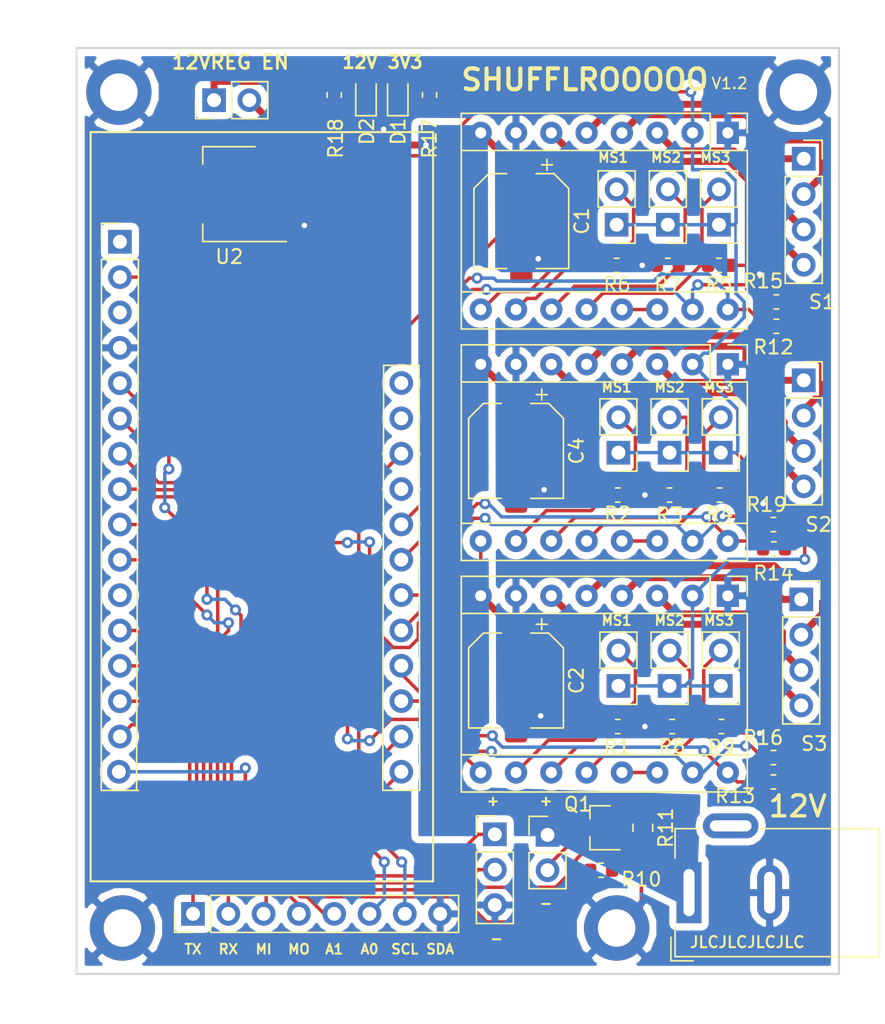
<source format=kicad_pcb>
(kicad_pcb (version 20171130) (host pcbnew "(5.0.2)-1")
  (layers (0 F.Cu signal) (31 B.Cu signal) (34 B.Paste user) (35 F.Paste user) (36 B.SilkS user) (37 F.SilkS user) (38 B.Mask user) (39 F.Mask user) (44 Edge.Cuts user))
  (net 0 "")
  (net 1 GND)
  (net 2 +3V3)
  (net 3 "Net-(D1-Pad2)")
  (net 4 "Net-(D2-Pad2)")
  (net 5 /S0_STEP)
  (net 6 /S1_STEP)
  (net 7 /S2_STEP)
  (net 8 /S0_DIR)
  (net 9 /S1_DIR)
  (net 10 /S2_DIR)
  (net 11 "Net-(Q1-Pad1)")
  (net 12 /DCM_OUT)
  (net 13 +12V)
  (net 14 "Net-(A1-Pad13)")
  (net 15 /S0_MS3)
  (net 16 /S2_MS3)
  (net 17 /S2_MS2)
  (net 18 /S0_MS2)
  (net 19 /S0_MS1)
  (net 20 /S1_MS3)
  (net 21 /S1_MS1)
  (net 22 /S2_MS1)
  (net 23 /S1_MS2)
  (net 24 /S0_1B)
  (net 25 /S0_1A)
  (net 26 /S0_2A)
  (net 27 /S0_2B)
  (net 28 /S2_1B)
  (net 29 /S2_1A)
  (net 30 /S2_2A)
  (net 31 "Net-(A3-Pad13)")
  (net 32 /S2_2B)
  (net 33 "Net-(A2-Pad13)")
  (net 34 /S1_1A)
  (net 35 /S1_2A)
  (net 36 /S1_1B)
  (net 37 /S1_2B)
  (net 38 /S1_EN)
  (net 39 /S2_EN)
  (net 40 /S0_EN)
  (net 41 "Net-(U1-Pad25)")
  (net 42 "Net-(U1-Pad1)")
  (net 43 "Net-(U1-Pad3)")
  (net 44 "Net-(U1-Pad27)")
  (net 45 "Net-(U1-Pad28)")
  (net 46 /MOT_POWER)
  (net 47 /MOT_SENSE)
  (net 48 /SERVO)
  (net 49 +5V)
  (net 50 /SCL)
  (net 51 /SDA)
  (net 52 /A0)
  (net 53 /TX)
  (net 54 /RX)
  (net 55 /MI)
  (net 56 /MO)
  (net 57 "Net-(U1-Pad11)")
  (net 58 "Net-(J21-Pad2)")
  (module Connector_PinHeader_2.54mm:FeatherFootprint (layer F.Cu) (at 14.732 84.276001)
    (fp_text reference U1 hide)
    (fp_text value FeatherM4)
    (pad 27 thru_hole circle (at 22.606 14.478) (size 1.7 1.7) (drill 1) (layers *.Cu *.Mask) (net 44 "Net-(U1-Pad27)"))
    (pad 26 thru_hole oval (at 22.606 17.018) (size 1.7 1.7) (drill 1) (layers *.Cu *.Mask) (net 49 +5V))
    (pad 25 thru_hole oval (at 22.606 19.558) (size 1.7 1.7) (drill 1) (layers *.Cu *.Mask) (net 41 "Net-(U1-Pad25)"))
    (pad 24 thru_hole oval (at 22.606 22.098) (size 1.7 1.7) (drill 1) (layers *.Cu *.Mask) (net 8 /S0_DIR))
    (pad 23 thru_hole oval (at 22.606 24.638) (size 1.7 1.7) (drill 1) (layers *.Cu *.Mask) (net 5 /S0_STEP))
    (pad 22 thru_hole oval (at 22.606 27.178) (size 1.7 1.7) (drill 1) (layers *.Cu *.Mask) (net 9 /S1_DIR))
    (pad 21 thru_hole oval (at 22.606 29.718) (size 1.7 1.7) (drill 1) (layers *.Cu *.Mask) (net 6 /S1_STEP))
    (pad 20 thru_hole oval (at 22.606 32.258) (size 1.7 1.7) (drill 1) (layers *.Cu *.Mask) (net 10 /S2_DIR))
    (pad 19 thru_hole oval (at 22.606 34.798) (size 1.7 1.7) (drill 1) (layers *.Cu *.Mask) (net 7 /S2_STEP))
    (pad 18 thru_hole oval (at 22.606 37.338) (size 1.7 1.7) (drill 1) (layers *.Cu *.Mask) (net 50 /SCL))
    (pad 17 thru_hole oval (at 22.606 39.878) (size 1.7 1.7) (drill 1) (layers *.Cu *.Mask) (net 51 /SDA))
    (pad 5 thru_hole oval (at 2.362 11.948) (size 1.7 1.7) (drill 1) (layers *.Cu *.Mask) (net 52 /A0))
    (pad 1 thru_hole rect (at 2.362 1.788) (size 1.7 1.7) (drill 1) (layers *.Cu *.Mask) (net 42 "Net-(U1-Pad1)"))
    (pad 6 thru_hole oval (at 2.362 14.488) (size 1.7 1.7) (drill 1) (layers *.Cu *.Mask) (net 40 /S0_EN))
    (pad 2 thru_hole oval (at 2.362 4.328) (size 1.7 1.7) (drill 1) (layers *.Cu *.Mask) (net 2 +3V3))
    (pad 9 thru_hole oval (at 2.362 22.108) (size 1.7 1.7) (drill 1) (layers *.Cu *.Mask) (net 47 /MOT_SENSE))
    (pad 15 thru_hole oval (at 2.362 37.348) (size 1.7 1.7) (drill 1) (layers *.Cu *.Mask) (net 53 /TX))
    (pad 14 thru_hole oval (at 2.362 34.808) (size 1.7 1.7) (drill 1) (layers *.Cu *.Mask) (net 54 /RX))
    (pad 11 thru_hole oval (at 2.362 27.188) (size 1.7 1.7) (drill 1) (layers *.Cu *.Mask) (net 57 "Net-(U1-Pad11)"))
    (pad 4 thru_hole oval (at 2.362 9.408) (size 1.7 1.7) (drill 1) (layers *.Cu *.Mask) (net 1 GND))
    (pad 13 thru_hole oval (at 2.362 32.268) (size 1.7 1.7) (drill 1) (layers *.Cu *.Mask) (net 55 /MI))
    (pad 12 thru_hole oval (at 2.362 29.728) (size 1.7 1.7) (drill 1) (layers *.Cu *.Mask) (net 56 /MO))
    (pad 3 thru_hole oval (at 2.362 6.868) (size 1.7 1.7) (drill 1) (layers *.Cu *.Mask) (net 43 "Net-(U1-Pad3)"))
    (pad 7 thru_hole oval (at 2.362 17.028) (size 1.7 1.7) (drill 1) (layers *.Cu *.Mask) (net 38 /S1_EN))
    (pad 8 thru_hole oval (at 2.362 19.568) (size 1.7 1.7) (drill 1) (layers *.Cu *.Mask) (net 39 /S2_EN))
    (pad 10 thru_hole oval (at 2.362 24.648) (size 1.7 1.7) (drill 1) (layers *.Cu *.Mask) (net 46 /MOT_POWER))
    (pad 28 thru_hole circle (at 22.606 11.938) (size 1.7 1.7) (drill 1) (layers *.Cu *.Mask) (net 45 "Net-(U1-Pad28)"))
    (pad 16 thru_hole circle (at 2.286 39.878) (size 1.7 1.7) (drill 1) (layers *.Cu *.Mask) (net 48 /SERVO))
  )
  (module Connector_PinHeader_2.54mm:PinHeader_1x02_P2.54mm_Vertical (layer F.Cu) (at 23.864 75.886 90)
    (fp_text reference J21 hide)
    (fp_text value Conn_01x02)
    (pad 1 thru_hole rect (at 0 0 90) (size 1.7 1.7) (drill 1) (layers *.Cu *.Mask) (net 13 +12V))
    (pad 2 thru_hole oval (at 0 2.54 90) (size 1.7 1.7) (drill 1) (layers *.Cu *.Mask) (net 58 "Net-(J21-Pad2)"))
  )
  (module Package_TO_SOT_SMD:SOT-223 (layer F.Cu) (at 24.964 82.636 180)
    (fp_text reference U2 (at 0 -4.5 180) (layer F.SilkS))
    (fp_text value AZ1117-3.3)
    (pad 4 smd rect (at 3.15 0 180) (size 2 3.8) (layers F.Cu F.Paste F.Mask) (net 1 GND))
    (pad 2 smd rect (at -3.15 0 180) (size 2 1.5) (layers F.Cu F.Paste F.Mask) (net 2 +3V3))
    (pad 3 smd rect (at -3.15 2.3 180) (size 2 1.5) (layers F.Cu F.Paste F.Mask) (net 58 "Net-(J21-Pad2)"))
    (pad 1 smd rect (at -3.15 -2.3 180) (size 2 1.5) (layers F.Cu F.Paste F.Mask) (net 1 GND))
  )
  (module Module:Pololu_Breakout-16_15.2x20.3mm (layer F.Cu) (at 60.833 111.506 270)
    (fp_text reference A3 hide)
    (fp_text value Pololu_Breakout_A4988)
    (pad 1 thru_hole rect (at 0 0 270) (size 1.6 1.6) (drill 0.8) (layers *.Cu *.Mask) (net 1 GND))
    (pad 9 thru_hole oval (at 12.7 17.78 270) (size 1.6 1.6) (drill 0.8) (layers *.Cu *.Mask) (net 39 /S2_EN))
    (pad 2 thru_hole oval (at 0 2.54 270) (size 1.6 1.6) (drill 0.8) (layers *.Cu *.Mask) (net 2 +3V3))
    (pad 10 thru_hole oval (at 12.7 15.24 270) (size 1.6 1.6) (drill 0.8) (layers *.Cu *.Mask) (net 22 /S2_MS1))
    (pad 3 thru_hole oval (at 0 5.08 270) (size 1.6 1.6) (drill 0.8) (layers *.Cu *.Mask) (net 28 /S2_1B))
    (pad 11 thru_hole oval (at 12.7 12.7 270) (size 1.6 1.6) (drill 0.8) (layers *.Cu *.Mask) (net 17 /S2_MS2))
    (pad 4 thru_hole oval (at 0 7.62 270) (size 1.6 1.6) (drill 0.8) (layers *.Cu *.Mask) (net 29 /S2_1A))
    (pad 12 thru_hole oval (at 12.7 10.16 270) (size 1.6 1.6) (drill 0.8) (layers *.Cu *.Mask) (net 16 /S2_MS3))
    (pad 5 thru_hole oval (at 0 10.16 270) (size 1.6 1.6) (drill 0.8) (layers *.Cu *.Mask) (net 30 /S2_2A))
    (pad 13 thru_hole oval (at 12.7 7.62 270) (size 1.6 1.6) (drill 0.8) (layers *.Cu *.Mask) (net 31 "Net-(A3-Pad13)"))
    (pad 6 thru_hole oval (at 0 12.7 270) (size 1.6 1.6) (drill 0.8) (layers *.Cu *.Mask) (net 32 /S2_2B))
    (pad 14 thru_hole oval (at 12.7 5.08 270) (size 1.6 1.6) (drill 0.8) (layers *.Cu *.Mask) (net 31 "Net-(A3-Pad13)"))
    (pad 7 thru_hole oval (at 0 15.24 270) (size 1.6 1.6) (drill 0.8) (layers *.Cu *.Mask) (net 1 GND))
    (pad 15 thru_hole oval (at 12.7 2.54 270) (size 1.6 1.6) (drill 0.8) (layers *.Cu *.Mask) (net 7 /S2_STEP))
    (pad 8 thru_hole oval (at 0 17.78 270) (size 1.6 1.6) (drill 0.8) (layers *.Cu *.Mask) (net 13 +12V))
    (pad 16 thru_hole oval (at 12.7 0 270) (size 1.6 1.6) (drill 0.8) (layers *.Cu *.Mask) (net 10 /S2_DIR))
  )
  (module Connector_PinHeader_2.54mm:PinHeader_1x08_P2.54mm_Vertical (layer F.Cu) (at 22.352 134.366 90)
    (fp_text reference J16 hide)
    (fp_text value Conn_01x08)
    (pad 1 thru_hole rect (at 0 0 90) (size 1.7 1.7) (drill 1) (layers *.Cu *.Mask) (net 53 /TX))
    (pad 2 thru_hole oval (at 0 2.54 90) (size 1.7 1.7) (drill 1) (layers *.Cu *.Mask) (net 54 /RX))
    (pad 3 thru_hole oval (at 0 5.08 90) (size 1.7 1.7) (drill 1) (layers *.Cu *.Mask) (net 55 /MI))
    (pad 4 thru_hole oval (at 0 7.62 90) (size 1.7 1.7) (drill 1) (layers *.Cu *.Mask) (net 56 /MO))
    (pad 5 thru_hole oval (at 0 10.16 90) (size 1.7 1.7) (drill 1) (layers *.Cu *.Mask) (net 52 /A0))
    (pad 6 thru_hole oval (at 0 12.7 90) (size 1.7 1.7) (drill 1) (layers *.Cu *.Mask) (net 50 /SCL))
    (pad 7 thru_hole oval (at 0 15.24 90) (size 1.7 1.7) (drill 1) (layers *.Cu *.Mask) (net 51 /SDA))
    (pad 8 thru_hole oval (at 0 17.78 90) (size 1.7 1.7) (drill 1) (layers *.Cu *.Mask) (net 1 GND))
  )
  (module LED_SMD:LED_0603_1608Metric (layer F.Cu) (at 34.798 75.5165 90)
    (fp_text reference D2 (at -2.6195 0.066 90) (layer F.SilkS))
    (fp_text value LED)
    (pad 2 smd roundrect (at 0.7875 0 90) (size 0.875 0.95) (layers F.Cu F.Paste F.Mask) (net 4 "Net-(D2-Pad2)"))
    (pad 1 smd roundrect (at -0.7875 0 90) (size 0.875 0.95) (layers F.Cu F.Paste F.Mask) (net 1 GND))
  )
  (module LED_SMD:LED_0603_1608Metric (layer F.Cu) (at 37.084 75.5165 90)
    (fp_text reference D1 (at -2.6195 0.03 90) (layer F.SilkS))
    (fp_text value LED)
    (pad 1 smd roundrect (at -0.7875 0 90) (size 0.875 0.95) (layers F.Cu F.Paste F.Mask) (net 1 GND))
    (pad 2 smd roundrect (at 0.7875 0 90) (size 0.875 0.95) (layers F.Cu F.Paste F.Mask) (net 3 "Net-(D1-Pad2)"))
  )
  (module Resistor_SMD:R_0603_1608Metric (layer F.Cu) (at 32.512 75.5165 270)
    (fp_text reference R18 (at 3.1195 -0.102 270) (layer F.SilkS))
    (fp_text value 1k5)
    (pad 2 smd roundrect (at 0.7875 0 270) (size 0.875 0.95) (layers F.Cu F.Paste F.Mask) (net 13 +12V))
    (pad 1 smd roundrect (at -0.7875 0 270) (size 0.875 0.95) (layers F.Cu F.Paste F.Mask) (net 4 "Net-(D2-Pad2)"))
  )
  (module Resistor_SMD:R_0603_1608Metric (layer F.Cu) (at 39.37 75.5165 270)
    (fp_text reference R17 (at 3.1195 0.006 270) (layer F.SilkS))
    (fp_text value 174)
    (pad 1 smd roundrect (at -0.7875 0 270) (size 0.875 0.95) (layers F.Cu F.Paste F.Mask) (net 3 "Net-(D1-Pad2)"))
    (pad 2 smd roundrect (at 0.7875 0 270) (size 0.875 0.95) (layers F.Cu F.Paste F.Mask) (net 2 +3V3))
  )
  (module Resistor_SMD:R_0603_1608Metric (layer F.Cu) (at 64.114 123.136)
    (fp_text reference R16 (at -0.75 -1.43) (layer F.SilkS))
    (fp_text value 10k)
    (pad 2 smd roundrect (at 0.7875 0) (size 0.875 0.95) (layers F.Cu F.Paste F.Mask) (net 1 GND))
    (pad 1 smd roundrect (at -0.7875 0) (size 0.875 0.95) (layers F.Cu F.Paste F.Mask) (net 7 /S2_STEP))
  )
  (module Resistor_SMD:R_0603_1608Metric (layer F.Cu) (at 64.3265 90.386)
    (fp_text reference R15 (at -0.9625 -1.5) (layer F.SilkS))
    (fp_text value 10k)
    (pad 1 smd roundrect (at -0.7875 0) (size 0.875 0.95) (layers F.Cu F.Paste F.Mask) (net 5 /S0_STEP))
    (pad 2 smd roundrect (at 0.7875 0) (size 0.875 0.95) (layers F.Cu F.Paste F.Mask) (net 1 GND))
  )
  (module Resistor_SMD:R_0603_1608Metric (layer F.Cu) (at 64.1515 108.136)
    (fp_text reference R14 (at -0.0375 1.75) (layer F.SilkS))
    (fp_text value 10k)
    (pad 2 smd roundrect (at 0.7875 0) (size 0.875 0.95) (layers F.Cu F.Paste F.Mask) (net 1 GND))
    (pad 1 smd roundrect (at -0.7875 0) (size 0.875 0.95) (layers F.Cu F.Paste F.Mask) (net 9 /S1_DIR))
  )
  (module Resistor_SMD:R_0603_1608Metric (layer F.Cu) (at 64.114 124.886)
    (fp_text reference R13 (at -2.75 1) (layer F.SilkS))
    (fp_text value 10k)
    (pad 1 smd roundrect (at -0.7875 0) (size 0.875 0.95) (layers F.Cu F.Paste F.Mask) (net 10 /S2_DIR))
    (pad 2 smd roundrect (at 0.7875 0) (size 0.875 0.95) (layers F.Cu F.Paste F.Mask) (net 1 GND))
  )
  (module Resistor_SMD:R_0603_1608Metric (layer F.Cu) (at 64.3265 92.136)
    (fp_text reference R12 (at -0.2125 1.5) (layer F.SilkS))
    (fp_text value 10k)
    (pad 2 smd roundrect (at 0.7875 0) (size 0.875 0.95) (layers F.Cu F.Paste F.Mask) (net 1 GND))
    (pad 1 smd roundrect (at -0.7875 0) (size 0.875 0.95) (layers F.Cu F.Paste F.Mask) (net 8 /S0_DIR))
  )
  (module Resistor_SMD:R_0603_1608Metric (layer F.Cu) (at 51.719788 131.228889)
    (fp_text reference R10 (at 2.894212 0.657111) (layer F.SilkS))
    (fp_text value 174)
    (pad 1 smd roundrect (at -0.7875 0) (size 0.875 0.95) (layers F.Cu F.Paste F.Mask) (net 46 /MOT_POWER))
    (pad 2 smd roundrect (at 0.7875 0) (size 0.875 0.95) (layers F.Cu F.Paste F.Mask) (net 11 "Net-(Q1-Pad1)"))
  )
  (module Resistor_SMD:R_0603_1608Metric (layer F.Cu) (at 60.3735 120.904)
    (fp_text reference R9 (at -0.0095 1.482) (layer F.SilkS))
    (fp_text value 10k)
    (pad 2 smd roundrect (at 0.7875 0) (size 0.875 0.95) (layers F.Cu F.Paste F.Mask) (net 1 GND))
    (pad 1 smd roundrect (at -0.7875 0) (size 0.875 0.95) (layers F.Cu F.Paste F.Mask) (net 16 /S2_MS3))
  )
  (module Resistor_SMD:R_0603_1608Metric (layer F.Cu) (at 56.8265 120.904 180)
    (fp_text reference R8 (at 0 -1.43 180) (layer F.SilkS))
    (fp_text value 10k)
    (pad 1 smd roundrect (at -0.7875 0 180) (size 0.875 0.95) (layers F.Cu F.Paste F.Mask) (net 17 /S2_MS2))
    (pad 2 smd roundrect (at 0.7875 0 180) (size 0.875 0.95) (layers F.Cu F.Paste F.Mask) (net 1 GND))
  )
  (module Resistor_SMD:R_0603_1608Metric (layer F.Cu) (at 56.515 87.757 180)
    (fp_text reference R7 (at 0 -1.43 180) (layer F.SilkS))
    (fp_text value 10k)
    (pad 2 smd roundrect (at 0.7875 0 180) (size 0.875 0.95) (layers F.Cu F.Paste F.Mask) (net 1 GND))
    (pad 1 smd roundrect (at -0.7875 0 180) (size 0.875 0.95) (layers F.Cu F.Paste F.Mask) (net 18 /S0_MS2))
  )
  (module Resistor_SMD:R_0603_1608Metric (layer F.Cu) (at 52.832 87.757)
    (fp_text reference R6 (at 0.032 1.379) (layer F.SilkS))
    (fp_text value 10k)
    (pad 1 smd roundrect (at -0.7875 0) (size 0.875 0.95) (layers F.Cu F.Paste F.Mask) (net 19 /S0_MS1))
    (pad 2 smd roundrect (at 0.7875 0) (size 0.875 0.95) (layers F.Cu F.Paste F.Mask) (net 1 GND))
  )
  (module Resistor_SMD:R_0603_1608Metric (layer F.Cu) (at 60.198 87.757)
    (fp_text reference R5 (at 0 1.379) (layer F.SilkS))
    (fp_text value 10k)
    (pad 2 smd roundrect (at 0.7875 0) (size 0.875 0.95) (layers F.Cu F.Paste F.Mask) (net 1 GND))
    (pad 1 smd roundrect (at -0.7875 0) (size 0.875 0.95) (layers F.Cu F.Paste F.Mask) (net 15 /S0_MS3))
  )
  (module Resistor_SMD:R_0603_1608Metric (layer F.Cu) (at 60.2465 104.267)
    (fp_text reference R4 (at 0 1.369) (layer F.SilkS))
    (fp_text value 10k)
    (pad 1 smd roundrect (at -0.7875 0) (size 0.875 0.95) (layers F.Cu F.Paste F.Mask) (net 20 /S1_MS3))
    (pad 2 smd roundrect (at 0.7875 0) (size 0.875 0.95) (layers F.Cu F.Paste F.Mask) (net 1 GND))
  )
  (module Resistor_SMD:R_0603_1608Metric (layer F.Cu) (at 56.642 104.267 180)
    (fp_text reference R3 (at 0 -1.43 180) (layer F.SilkS))
    (fp_text value 10k)
    (pad 2 smd roundrect (at 0.7875 0 180) (size 0.875 0.95) (layers F.Cu F.Paste F.Mask) (net 1 GND))
    (pad 1 smd roundrect (at -0.7875 0 180) (size 0.875 0.95) (layers F.Cu F.Paste F.Mask) (net 23 /S1_MS2))
  )
  (module Resistor_SMD:R_0603_1608Metric (layer F.Cu) (at 52.9105 104.267)
    (fp_text reference R2 (at 0 1.369) (layer F.SilkS))
    (fp_text value 10k)
    (pad 1 smd roundrect (at -0.7875 0) (size 0.875 0.95) (layers F.Cu F.Paste F.Mask) (net 21 /S1_MS1))
    (pad 2 smd roundrect (at 0.7875 0) (size 0.875 0.95) (layers F.Cu F.Paste F.Mask) (net 1 GND))
  )
  (module Resistor_SMD:R_0603_1608Metric (layer F.Cu) (at 52.9105 120.904)
    (fp_text reference R1 (at -0.0465 1.482) (layer F.SilkS))
    (fp_text value 10k)
    (pad 2 smd roundrect (at 0.7875 0) (size 0.875 0.95) (layers F.Cu F.Paste F.Mask) (net 1 GND))
    (pad 1 smd roundrect (at -0.7875 0) (size 0.875 0.95) (layers F.Cu F.Paste F.Mask) (net 22 /S2_MS1))
  )
  (module Resistor_SMD:R_0603_1608Metric (layer F.Cu) (at 64.114 106.386)
    (fp_text reference R19 (at -0.5 -1.43) (layer F.SilkS))
    (fp_text value 10k)
    (pad 1 smd roundrect (at -0.7875 0) (size 0.875 0.95) (layers F.Cu F.Paste F.Mask) (net 6 /S1_STEP))
    (pad 2 smd roundrect (at 0.7875 0) (size 0.875 0.95) (layers F.Cu F.Paste F.Mask) (net 1 GND))
  )
  (module Capacitor_SMD:CP_Elec_6.3x5.8 (layer F.Cu) (at 45.593 117.596 270)
    (fp_text reference C2 (at 0 -4.35 270) (layer F.SilkS))
    (fp_text value 47uF)
    (pad 2 smd roundrect (at 2.7 0 270) (size 3.5 1.6) (layers F.Cu F.Paste F.Mask) (roundrect_rratio 0.15625) (net 1 GND))
    (pad 1 smd roundrect (at -2.7 0 270) (size 3.5 1.6) (layers F.Cu F.Paste F.Mask) (roundrect_rratio 0.15625) (net 13 +12V))
  )
  (module Capacitor_SMD:CP_Elec_6.3x5.8 (layer F.Cu) (at 45.593 101.092 270)
    (fp_text reference C4 (at 0 -4.35 270) (layer F.SilkS))
    (fp_text value 47uF)
    (pad 1 smd roundrect (at -2.7 0 270) (size 3.5 1.6) (layers F.Cu F.Paste F.Mask) (roundrect_rratio 0.15625) (net 13 +12V))
    (pad 2 smd roundrect (at 2.7 0 270) (size 3.5 1.6) (layers F.Cu F.Paste F.Mask) (roundrect_rratio 0.15625) (net 1 GND))
  )
  (module Capacitor_SMD:CP_Elec_6.3x5.8 (layer F.Cu) (at 45.974 84.576 270)
    (fp_text reference C1 (at 0 -4.35 270) (layer F.SilkS))
    (fp_text value 47uF)
    (pad 1 smd roundrect (at -2.7 0 270) (size 3.5 1.6) (layers F.Cu F.Paste F.Mask) (roundrect_rratio 0.15625) (net 13 +12V))
    (pad 2 smd roundrect (at 2.7 0 270) (size 3.5 1.6) (layers F.Cu F.Paste F.Mask) (roundrect_rratio 0.15625) (net 1 GND))
  )
  (module Connector_PinHeader_2.54mm:PinHeader_1x03_P2.54mm_Vertical (layer F.Cu) (at 44.069 128.651)
    (fp_text reference J15 hide)
    (fp_text value Conn_01x03)
    (pad 1 thru_hole rect (at 0 0) (size 1.7 1.7) (drill 1) (layers *.Cu *.Mask) (net 49 +5V))
    (pad 2 thru_hole oval (at 0 2.54) (size 1.7 1.7) (drill 1) (layers *.Cu *.Mask) (net 48 /SERVO))
    (pad 3 thru_hole oval (at 0 5.08) (size 1.7 1.7) (drill 1) (layers *.Cu *.Mask) (net 1 GND))
  )
  (module Connector_PinHeader_2.54mm:PinHeader_1x02_P2.54mm_Vertical (layer F.Cu) (at 60.325 117.983 180)
    (fp_text reference J9 hide)
    (fp_text value Conn_01x02)
    (pad 1 thru_hole rect (at 0 0 180) (size 1.7 1.7) (drill 1) (layers *.Cu *.Mask) (net 2 +3V3))
    (pad 2 thru_hole oval (at 0 2.54 180) (size 1.7 1.7) (drill 1) (layers *.Cu *.Mask) (net 16 /S2_MS3))
  )
  (module Connector_PinHeader_2.54mm:PinHeader_1x02_P2.54mm_Vertical (layer F.Cu) (at 52.959 117.983 180)
    (fp_text reference J1 hide)
    (fp_text value Conn_01x02)
    (pad 2 thru_hole oval (at 0 2.54 180) (size 1.7 1.7) (drill 1) (layers *.Cu *.Mask) (net 22 /S2_MS1))
    (pad 1 thru_hole rect (at 0 0 180) (size 1.7 1.7) (drill 1) (layers *.Cu *.Mask) (net 2 +3V3))
  )
  (module Connector_PinHeader_2.54mm:PinHeader_1x02_P2.54mm_Vertical (layer F.Cu) (at 56.642 117.983 180)
    (fp_text reference J8 hide)
    (fp_text value Conn_01x02)
    (pad 1 thru_hole rect (at 0 0 180) (size 1.7 1.7) (drill 1) (layers *.Cu *.Mask) (net 2 +3V3))
    (pad 2 thru_hole oval (at 0 2.54 180) (size 1.7 1.7) (drill 1) (layers *.Cu *.Mask) (net 17 /S2_MS2))
  )
  (module Connector_PinHeader_2.54mm:PinHeader_1x02_P2.54mm_Vertical (layer F.Cu) (at 52.959 101.219 180)
    (fp_text reference J2 hide)
    (fp_text value Conn_01x02)
    (pad 1 thru_hole rect (at 0 0 180) (size 1.7 1.7) (drill 1) (layers *.Cu *.Mask) (net 2 +3V3))
    (pad 2 thru_hole oval (at 0 2.54 180) (size 1.7 1.7) (drill 1) (layers *.Cu *.Mask) (net 21 /S1_MS1))
  )
  (module Connector_PinHeader_2.54mm:PinHeader_1x02_P2.54mm_Vertical (layer F.Cu) (at 60.325 101.219 180)
    (fp_text reference J4 hide)
    (fp_text value Conn_01x02)
    (pad 2 thru_hole oval (at 0 2.54 180) (size 1.7 1.7) (drill 1) (layers *.Cu *.Mask) (net 20 /S1_MS3))
    (pad 1 thru_hole rect (at 0 0 180) (size 1.7 1.7) (drill 1) (layers *.Cu *.Mask) (net 2 +3V3))
  )
  (module Connector_PinHeader_2.54mm:PinHeader_1x02_P2.54mm_Vertical (layer F.Cu) (at 56.642 101.219 180)
    (fp_text reference J3 hide)
    (fp_text value Conn_01x02)
    (pad 1 thru_hole rect (at 0 0 180) (size 1.7 1.7) (drill 1) (layers *.Cu *.Mask) (net 2 +3V3))
    (pad 2 thru_hole oval (at 0 2.54 180) (size 1.7 1.7) (drill 1) (layers *.Cu *.Mask) (net 23 /S1_MS2))
  )
  (module Connector_BarrelJack:BarrelJack_Wuerth_6941xx301002 (layer F.Cu) (at 58.039 132.842 90)
    (fp_text reference J13 hide)
    (fp_text value Conn_01x02)
    (pad 3 thru_hole oval (at 4.8 3 180) (size 4 1.8) (drill oval 3 0.8) (layers *.Cu *.Mask))
    (pad 2 thru_hole oval (at 0 5.8 90) (size 4 1.8) (drill oval 3 0.8) (layers *.Cu *.Mask) (net 1 GND))
    (pad 1 thru_hole rect (at 0 0 90) (size 4.4 1.8) (drill oval 3.4 0.8) (layers *.Cu *.Mask) (net 13 +12V))
  )
  (module Connector_PinHeader_2.54mm:PinHeader_1x02_P2.54mm_Vertical (layer F.Cu) (at 47.861288 128.688889)
    (fp_text reference J14 hide)
    (fp_text value Conn_01x02)
    (pad 1 thru_hole rect (at 0 0) (size 1.7 1.7) (drill 1) (layers *.Cu *.Mask) (net 13 +12V))
    (pad 2 thru_hole oval (at 0 2.54) (size 1.7 1.7) (drill 1) (layers *.Cu *.Mask) (net 12 /DCM_OUT))
  )
  (module Package_TO_SOT_SMD:SOT-23 (layer F.Cu) (at 51.671288 128.180889 180)
    (fp_text reference Q1 (at 1.633288 1.688889 180) (layer F.SilkS))
    (fp_text value PMV40UN2R)
    (pad 1 smd rect (at -1 -0.95 180) (size 0.9 0.8) (layers F.Cu F.Paste F.Mask) (net 11 "Net-(Q1-Pad1)"))
    (pad 2 smd rect (at -1 0.95 180) (size 0.9 0.8) (layers F.Cu F.Paste F.Mask) (net 47 /MOT_SENSE))
    (pad 3 smd rect (at 1 0 180) (size 0.9 0.8) (layers F.Cu F.Paste F.Mask) (net 12 /DCM_OUT))
  )
  (module Resistor_SMD:R_0805_2012Metric (layer F.Cu) (at 54.719288 128.180889 270)
    (fp_text reference R11 (at 0 -1.65 270) (layer F.SilkS))
    (fp_text value 1ohm)
    (pad 1 smd roundrect (at -0.9375 0 270) (size 0.975 1.4) (layers F.Cu F.Paste F.Mask) (net 47 /MOT_SENSE))
    (pad 2 smd roundrect (at 0.9375 0 270) (size 0.975 1.4) (layers F.Cu F.Paste F.Mask) (net 1 GND))
  )
  (module Connector_PinHeader_2.54mm:PinHeader_1x02_P2.54mm_Vertical (layer F.Cu) (at 60.198 84.836 180)
    (fp_text reference J5 hide)
    (fp_text value Conn_01x02)
    (pad 1 thru_hole rect (at 0 0 180) (size 1.7 1.7) (drill 1) (layers *.Cu *.Mask) (net 2 +3V3))
    (pad 2 thru_hole oval (at 0 2.54 180) (size 1.7 1.7) (drill 1) (layers *.Cu *.Mask) (net 15 /S0_MS3))
  )
  (module Connector_PinHeader_2.54mm:PinHeader_1x02_P2.54mm_Vertical (layer F.Cu) (at 52.832 84.836 180)
    (fp_text reference J6 hide)
    (fp_text value Conn_01x02)
    (pad 2 thru_hole oval (at 0 2.54 180) (size 1.7 1.7) (drill 1) (layers *.Cu *.Mask) (net 19 /S0_MS1))
    (pad 1 thru_hole rect (at 0 0 180) (size 1.7 1.7) (drill 1) (layers *.Cu *.Mask) (net 2 +3V3))
  )
  (module Connector_PinHeader_2.54mm:PinHeader_1x02_P2.54mm_Vertical (layer F.Cu) (at 56.515 84.836 180)
    (fp_text reference J7 hide)
    (fp_text value Conn_01x02)
    (pad 1 thru_hole rect (at 0 0 180) (size 1.7 1.7) (drill 1) (layers *.Cu *.Mask) (net 2 +3V3))
    (pad 2 thru_hole oval (at 0 2.54 180) (size 1.7 1.7) (drill 1) (layers *.Cu *.Mask) (net 18 /S0_MS2))
  )
  (module Connector_PinSocket_2.54mm:PinSocket_1x04_P2.54mm_Vertical (layer F.Cu) (at 66.294 96.02)
    (fp_text reference J11 hide)
    (fp_text value Conn_01x04)
    (pad 1 thru_hole rect (at 0 0) (size 1.7 1.7) (drill 1) (layers *.Cu *.Mask) (net 34 /S1_1A))
    (pad 2 thru_hole oval (at 0 2.54) (size 1.7 1.7) (drill 1) (layers *.Cu *.Mask) (net 35 /S1_2A))
    (pad 3 thru_hole oval (at 0 5.08) (size 1.7 1.7) (drill 1) (layers *.Cu *.Mask) (net 36 /S1_1B))
    (pad 4 thru_hole oval (at 0 7.62) (size 1.7 1.7) (drill 1) (layers *.Cu *.Mask) (net 37 /S1_2B))
  )
  (module Connector_PinSocket_2.54mm:PinSocket_1x04_P2.54mm_Vertical (layer F.Cu) (at 66.114 111.766)
    (fp_text reference J12 hide)
    (fp_text value Conn_01x04)
    (pad 4 thru_hole oval (at 0 7.62) (size 1.7 1.7) (drill 1) (layers *.Cu *.Mask) (net 32 /S2_2B))
    (pad 3 thru_hole oval (at 0 5.08) (size 1.7 1.7) (drill 1) (layers *.Cu *.Mask) (net 28 /S2_1B))
    (pad 2 thru_hole oval (at 0 2.54) (size 1.7 1.7) (drill 1) (layers *.Cu *.Mask) (net 30 /S2_2A))
    (pad 1 thru_hole rect (at 0 0) (size 1.7 1.7) (drill 1) (layers *.Cu *.Mask) (net 29 /S2_1A))
  )
  (module Connector_PinSocket_2.54mm:PinSocket_1x04_P2.54mm_Vertical (layer F.Cu) (at 66.294 80.096)
    (fp_text reference J10 hide)
    (fp_text value Conn_01x04)
    (pad 1 thru_hole rect (at 0 0) (size 1.7 1.7) (drill 1) (layers *.Cu *.Mask) (net 25 /S0_1A))
    (pad 2 thru_hole oval (at 0 2.54) (size 1.7 1.7) (drill 1) (layers *.Cu *.Mask) (net 26 /S0_2A))
    (pad 3 thru_hole oval (at 0 5.08) (size 1.7 1.7) (drill 1) (layers *.Cu *.Mask) (net 24 /S0_1B))
    (pad 4 thru_hole oval (at 0 7.62) (size 1.7 1.7) (drill 1) (layers *.Cu *.Mask) (net 27 /S0_2B))
  )
  (module Module:Pololu_Breakout-16_15.2x20.3mm (layer F.Cu) (at 60.833 94.869 270)
    (fp_text reference A2 hide)
    (fp_text value Pololu_Breakout_A4988)
    (pad 16 thru_hole oval (at 12.7 0 270) (size 1.6 1.6) (drill 0.8) (layers *.Cu *.Mask) (net 9 /S1_DIR))
    (pad 8 thru_hole oval (at 0 17.78 270) (size 1.6 1.6) (drill 0.8) (layers *.Cu *.Mask) (net 13 +12V))
    (pad 15 thru_hole oval (at 12.7 2.54 270) (size 1.6 1.6) (drill 0.8) (layers *.Cu *.Mask) (net 6 /S1_STEP))
    (pad 7 thru_hole oval (at 0 15.24 270) (size 1.6 1.6) (drill 0.8) (layers *.Cu *.Mask) (net 1 GND))
    (pad 14 thru_hole oval (at 12.7 5.08 270) (size 1.6 1.6) (drill 0.8) (layers *.Cu *.Mask) (net 33 "Net-(A2-Pad13)"))
    (pad 6 thru_hole oval (at 0 12.7 270) (size 1.6 1.6) (drill 0.8) (layers *.Cu *.Mask) (net 37 /S1_2B))
    (pad 13 thru_hole oval (at 12.7 7.62 270) (size 1.6 1.6) (drill 0.8) (layers *.Cu *.Mask) (net 33 "Net-(A2-Pad13)"))
    (pad 5 thru_hole oval (at 0 10.16 270) (size 1.6 1.6) (drill 0.8) (layers *.Cu *.Mask) (net 35 /S1_2A))
    (pad 12 thru_hole oval (at 12.7 10.16 270) (size 1.6 1.6) (drill 0.8) (layers *.Cu *.Mask) (net 20 /S1_MS3))
    (pad 4 thru_hole oval (at 0 7.62 270) (size 1.6 1.6) (drill 0.8) (layers *.Cu *.Mask) (net 34 /S1_1A))
    (pad 11 thru_hole oval (at 12.7 12.7 270) (size 1.6 1.6) (drill 0.8) (layers *.Cu *.Mask) (net 23 /S1_MS2))
    (pad 3 thru_hole oval (at 0 5.08 270) (size 1.6 1.6) (drill 0.8) (layers *.Cu *.Mask) (net 36 /S1_1B))
    (pad 10 thru_hole oval (at 12.7 15.24 270) (size 1.6 1.6) (drill 0.8) (layers *.Cu *.Mask) (net 21 /S1_MS1))
    (pad 2 thru_hole oval (at 0 2.54 270) (size 1.6 1.6) (drill 0.8) (layers *.Cu *.Mask) (net 2 +3V3))
    (pad 9 thru_hole oval (at 12.7 17.78 270) (size 1.6 1.6) (drill 0.8) (layers *.Cu *.Mask) (net 38 /S1_EN))
    (pad 1 thru_hole rect (at 0 0 270) (size 1.6 1.6) (drill 0.8) (layers *.Cu *.Mask) (net 1 GND))
  )
  (module MountingHole:MountingHole_2.7mm_M2.5_DIN965_Pad (layer F.Cu) (at 17.018 75.311)
    (fp_text reference J17 hide)
    (fp_text value Hole)
    (pad 1 thru_hole circle (at 0 0) (size 4.7 4.7) (drill 2.7) (layers *.Cu *.Mask) (net 1 GND))
  )
  (module MountingHole:MountingHole_2.7mm_M2.5_DIN965_Pad (layer F.Cu) (at 52.832 135.382)
    (fp_text reference J18 hide)
    (fp_text value Hole)
    (pad 1 thru_hole circle (at 0 0) (size 4.7 4.7) (drill 2.7) (layers *.Cu *.Mask) (net 1 GND))
  )
  (module MountingHole:MountingHole_2.7mm_M2.5_DIN965_Pad (layer F.Cu) (at 17.272 135.382)
    (fp_text reference J19 hide)
    (fp_text value Hole)
    (pad 1 thru_hole circle (at 0 0) (size 4.7 4.7) (drill 2.7) (layers *.Cu *.Mask) (net 1 GND))
  )
  (module MountingHole:MountingHole_2.7mm_M2.5_DIN965_Pad (layer F.Cu) (at 65.913 75.311)
    (fp_text reference J20 hide)
    (fp_text value Hole)
    (pad 1 thru_hole circle (at 0 0) (size 4.7 4.7) (drill 2.7) (layers *.Cu *.Mask) (net 1 GND))
  )
  (module Module:Pololu_Breakout-16_15.2x20.3mm (layer F.Cu) (at 60.833 78.232 270)
    (fp_text reference A1 hide)
    (fp_text value Pololu_Breakout_A4988)
    (pad 1 thru_hole rect (at 0 0 270) (size 1.6 1.6) (drill 0.8) (layers *.Cu *.Mask) (net 1 GND))
    (pad 9 thru_hole oval (at 12.7 17.78 270) (size 1.6 1.6) (drill 0.8) (layers *.Cu *.Mask) (net 40 /S0_EN))
    (pad 2 thru_hole oval (at 0 2.54 270) (size 1.6 1.6) (drill 0.8) (layers *.Cu *.Mask) (net 2 +3V3))
    (pad 10 thru_hole oval (at 12.7 15.24 270) (size 1.6 1.6) (drill 0.8) (layers *.Cu *.Mask) (net 19 /S0_MS1))
    (pad 3 thru_hole oval (at 0 5.08 270) (size 1.6 1.6) (drill 0.8) (layers *.Cu *.Mask) (net 24 /S0_1B))
    (pad 11 thru_hole oval (at 12.7 12.7 270) (size 1.6 1.6) (drill 0.8) (layers *.Cu *.Mask) (net 18 /S0_MS2))
    (pad 4 thru_hole oval (at 0 7.62 270) (size 1.6 1.6) (drill 0.8) (layers *.Cu *.Mask) (net 25 /S0_1A))
    (pad 12 thru_hole oval (at 12.7 10.16 270) (size 1.6 1.6) (drill 0.8) (layers *.Cu *.Mask) (net 15 /S0_MS3))
    (pad 5 thru_hole oval (at 0 10.16 270) (size 1.6 1.6) (drill 0.8) (layers *.Cu *.Mask) (net 26 /S0_2A))
    (pad 13 thru_hole oval (at 12.7 7.62 270) (size 1.6 1.6) (drill 0.8) (layers *.Cu *.Mask) (net 14 "Net-(A1-Pad13)"))
    (pad 6 thru_hole oval (at 0 12.7 270) (size 1.6 1.6) (drill 0.8) (layers *.Cu *.Mask) (net 27 /S0_2B))
    (pad 14 thru_hole oval (at 12.7 5.08 270) (size 1.6 1.6) (drill 0.8) (layers *.Cu *.Mask) (net 14 "Net-(A1-Pad13)"))
    (pad 7 thru_hole oval (at 0 15.24 270) (size 1.6 1.6) (drill 0.8) (layers *.Cu *.Mask) (net 1 GND))
    (pad 15 thru_hole oval (at 12.7 2.54 270) (size 1.6 1.6) (drill 0.8) (layers *.Cu *.Mask) (net 5 /S0_STEP))
    (pad 8 thru_hole oval (at 0 17.78 270) (size 1.6 1.6) (drill 0.8) (layers *.Cu *.Mask) (net 13 +12V))
    (pad 16 thru_hole oval (at 12.7 0 270) (size 1.6 1.6) (drill 0.8) (layers *.Cu *.Mask) (net 8 /S0_DIR))
  )
  (gr_text "12VREG EN" (at 25.044 73.152) (layer F.SilkS) (effects (font (size 1 1) (thickness 0.2))))
  (gr_text JLCJLCJLCJLC (at 62.23 136.398) (layer F.SilkS) (effects (font (size 0.8 0.8))))
  (gr_text - (at 44.196 136.144) (layer F.SilkS) (effects (font (size 0.7 0.7))))
  (gr_text SDA (at 40.132 136.906) (layer F.SilkS) (effects (font (size 0.7 0.7))))
  (gr_text SCL (at 37.592 136.906) (layer F.SilkS) (effects (font (size 0.7 0.7))))
  (gr_text A0 (at 35.052 136.906) (layer F.SilkS) (effects (font (size 0.7 0.7))))
  (gr_text A1 (at 32.512 136.906) (layer F.SilkS) (effects (font (size 0.7 0.7))))
  (gr_text MO (at 29.972 136.906) (layer F.SilkS) (effects (font (size 0.7 0.7))))
  (gr_text MI (at 27.432 136.906) (layer F.SilkS) (effects (font (size 0.7 0.7))))
  (gr_text RX (at 24.892 136.906) (layer F.SilkS) (effects (font (size 0.7 0.7))))
  (gr_text TX (at 22.352 136.906) (layer F.SilkS) (effects (font (size 0.7 0.7))))
  (gr_text - (at 47.752 133.604) (layer F.SilkS) (effects (font (size 0.7 0.7))))
  (gr_text + (at 43.942 126.238) (layer F.SilkS) (effects (font (size 0.7 0.7))))
  (gr_text + (at 47.752 126.238) (layer F.SilkS) (effects (font (size 0.7 0.7))))
  (gr_text MS3 (at 59.944 80.01) (layer F.SilkS) (effects (font (size 0.7 0.7))))
  (gr_text MS1 (at 52.578 80.01) (layer F.SilkS) (effects (font (size 0.7 0.7))))
  (gr_text MS2 (at 56.388 80.01) (layer F.SilkS) (effects (font (size 0.7 0.7))))
  (gr_text MS3 (at 60.198 96.52) (layer F.SilkS) (effects (font (size 0.7 0.7))))
  (gr_text MS1 (at 52.832 96.52) (layer F.SilkS) (effects (font (size 0.7 0.7))))
  (gr_text MS2 (at 56.642 96.52) (layer F.SilkS) (effects (font (size 0.7 0.7))))
  (gr_text 3V3 (at 37.614 73.152) (layer F.SilkS) (effects (font (size 0.9 0.9) (thickness 0.2))))
  (gr_text 12V (at 34.364 73.152) (layer F.SilkS) (effects (font (size 0.9 0.9) (thickness 0.2))))
  (gr_text MS3 (at 60.198 113.284) (layer F.SilkS) (effects (font (size 0.7 0.7))))
  (gr_text MS2 (at 56.642 113.284) (layer F.SilkS) (effects (font (size 0.7 0.7))))
  (gr_text MS1 (at 52.832 113.284) (layer F.SilkS) (effects (font (size 0.7 0.7))))
  (gr_text 12V (at 65.864 126.636) (layer F.SilkS) (effects (font (size 1.5 1.5) (thickness 0.25))))
  (gr_text S1 (at 67.614 90.386) (layer F.SilkS) (effects (font (size 1 1))))
  (gr_text S2 (at 67.364 106.386) (layer F.SilkS) (effects (font (size 1 1))))
  (gr_text S3 (at 67.056 122.136) (layer F.SilkS) (effects (font (size 1 1))))
  (gr_text "V1.2\n" (at 60.96 74.676) (layer F.SilkS) (effects (font (size 0.8 0.8) (thickness 0.12))))
  (gr_text SHUFFLROOOOO (at 50.546 74.422) (layer F.SilkS) (effects (font (size 1.5 1.5) (thickness 0.3))))
  (gr_line (start 13.97 138.684) (end 13.97 72.136) (layer Edge.Cuts) (width 0.15))
  (gr_line (start 68.834 138.684) (end 13.97 138.684) (layer Edge.Cuts) (width 0.15))
  (gr_line (start 68.834 72.136) (end 68.834 138.684) (layer Edge.Cuts) (width 0.15))
  (gr_line (start 13.97 72.136) (end 68.834 72.136) (layer Edge.Cuts) (width 0.15))
  (via (at 36.068 77.978) (size 0.8) (drill 0.4) (layers F.Cu B.Cu) (net 1))
  (segment (start 36.068 76.454) (end 36.068 77.978) (width 0.25) (layer F.Cu) (net 1))
  (segment (start 36.068 76.454) (end 37.084 76.454) (width 0.25) (layer F.Cu) (net 1))
  (segment (start 34.798 76.454) (end 36.068 76.454) (width 0.25) (layer F.Cu) (net 1))
  (segment (start 54.61 134.366) (end 53.594 135.382) (width 0.25) (layer F.Cu) (net 1))
  (segment (start 54.719288 129.118389) (end 54.61 129.227677) (width 0.25) (layer F.Cu) (net 1))
  (segment (start 54.61 129.227677) (end 54.61 134.366) (width 0.25) (layer F.Cu) (net 1))
  (segment (start 55.7275 87.757) (end 54.6735 87.757) (width 0.25) (layer F.Cu) (net 1))
  (segment (start 54.6735 87.757) (end 53.6195 87.757) (width 0.25) (layer F.Cu) (net 1))
  (via (at 54.6735 87.757) (size 0.8) (drill 0.4) (layers F.Cu B.Cu) (net 1))
  (segment (start 53.698 104.267) (end 54.864 104.267) (width 0.25) (layer F.Cu) (net 1))
  (segment (start 54.864 104.267) (end 55.8545 104.267) (width 0.25) (layer F.Cu) (net 1))
  (via (at 54.864 104.267) (size 0.8) (drill 0.4) (layers F.Cu B.Cu) (net 1))
  (via (at 47.614 103.886) (size 0.8) (drill 0.4) (layers F.Cu B.Cu) (net 1))
  (segment (start 45.593 103.792) (end 47.52 103.792) (width 0.25) (layer F.Cu) (net 1))
  (segment (start 47.52 103.792) (end 47.614 103.886) (width 0.25) (layer F.Cu) (net 1))
  (segment (start 64.9015 108.0985) (end 64.939 108.136) (width 0.25) (layer F.Cu) (net 1))
  (segment (start 64.9015 106.386) (end 64.9015 108.0985) (width 0.25) (layer F.Cu) (net 1))
  (segment (start 62.964001 104.486001) (end 63.364 104.886) (width 0.25) (layer F.Cu) (net 1))
  (segment (start 61.034 104.267) (end 62.745 104.267) (width 0.25) (layer F.Cu) (net 1))
  (segment (start 63.364 105.0985) (end 63.364 104.886) (width 0.25) (layer F.Cu) (net 1))
  (segment (start 62.745 104.267) (end 62.964001 104.486001) (width 0.25) (layer F.Cu) (net 1))
  (via (at 63.364 104.886) (size 0.8) (drill 0.4) (layers F.Cu B.Cu) (net 1))
  (segment (start 63.4015 104.886) (end 64.9015 106.386) (width 0.25) (layer F.Cu) (net 1))
  (segment (start 63.364 104.886) (end 63.4015 104.886) (width 0.25) (layer F.Cu) (net 1))
  (segment (start 53.698 120.904) (end 54.864 120.904) (width 0.25) (layer F.Cu) (net 1))
  (via (at 54.864 120.904) (size 0.8) (drill 0.4) (layers F.Cu B.Cu) (net 1))
  (segment (start 54.864 120.904) (end 56.039 120.904) (width 0.25) (layer F.Cu) (net 1))
  (via (at 47.364 120.136) (size 0.8) (drill 0.4) (layers F.Cu B.Cu) (net 1))
  (segment (start 45.593 120.296) (end 47.204 120.296) (width 0.25) (layer F.Cu) (net 1))
  (segment (start 47.204 120.296) (end 47.364 120.136) (width 0.25) (layer F.Cu) (net 1))
  (via (at 30.364 84.886) (size 0.8) (drill 0.4) (layers F.Cu B.Cu) (net 1))
  (segment (start 28.114 84.936) (end 30.314 84.936) (width 0.25) (layer F.Cu) (net 1))
  (segment (start 30.314 84.936) (end 30.364 84.886) (width 0.25) (layer F.Cu) (net 1))
  (segment (start 65.114 91.136) (end 65.114 92.136) (width 0.25) (layer F.Cu) (net 1))
  (segment (start 65.114 90.386) (end 65.114 91.136) (width 0.25) (layer F.Cu) (net 1))
  (segment (start 62.485 87.757) (end 63.114 88.386) (width 0.25) (layer F.Cu) (net 1))
  (segment (start 60.9855 87.757) (end 62.485 87.757) (width 0.25) (layer F.Cu) (net 1))
  (segment (start 63.114 88.386) (end 65.114 90.386) (width 0.25) (layer F.Cu) (net 1))
  (via (at 63.114 88.386) (size 0.8) (drill 0.4) (layers F.Cu B.Cu) (net 1))
  (segment (start 64.439888 122.674388) (end 64.9015 123.136) (width 0.25) (layer F.Cu) (net 1))
  (segment (start 63.131112 121.365612) (end 63.114 121.386) (width 0.25) (layer F.Cu) (net 1))
  (segment (start 61.622612 121.365612) (end 63.131112 121.365612) (width 0.25) (layer F.Cu) (net 1))
  (segment (start 61.161 120.904) (end 61.622612 121.365612) (width 0.25) (layer F.Cu) (net 1))
  (segment (start 64.9015 124.886) (end 64.9015 123.136) (width 0.25) (layer F.Cu) (net 1))
  (segment (start 63.114 121.386) (end 64.439888 122.674388) (width 0.25) (layer F.Cu) (net 1))
  (via (at 63.114 121.386) (size 0.8) (drill 0.4) (layers F.Cu B.Cu) (net 1))
  (via (at 47.189 87.286) (size 0.8) (drill 0.4) (layers F.Cu B.Cu) (net 1))
  (segment (start 45.974 87.276) (end 47.179 87.276) (width 0.25) (layer F.Cu) (net 1))
  (segment (start 47.179 87.276) (end 47.189 87.286) (width 0.25) (layer F.Cu) (net 1))
  (segment (start 58.42 94.996) (end 58.293 94.869) (width 0.25) (layer B.Cu) (net 2))
  (segment (start 59.092999 95.668999) (end 58.293 94.869) (width 0.25) (layer B.Cu) (net 2))
  (segment (start 61.550001 98.126001) (end 59.092999 95.668999) (width 0.25) (layer B.Cu) (net 2))
  (segment (start 42.369763 77.010237) (end 42.418 76.962) (width 0.25) (layer F.Cu) (net 2))
  (segment (start 39.926237 77.010237) (end 42.369763 77.010237) (width 0.25) (layer F.Cu) (net 2))
  (segment (start 39.37 76.454) (end 39.926237 77.010237) (width 0.25) (layer F.Cu) (net 2))
  (segment (start 56.388 84.836) (end 56.515 84.836) (width 0.25) (layer B.Cu) (net 2))
  (segment (start 59.092999 94.069001) (end 58.293 94.869) (width 0.25) (layer B.Cu) (net 2))
  (segment (start 59.435001 94.069001) (end 59.092999 94.069001) (width 0.25) (layer B.Cu) (net 2))
  (segment (start 62.008001 91.496001) (end 59.435001 94.069001) (width 0.25) (layer B.Cu) (net 2))
  (segment (start 62.008001 90.367999) (end 62.008001 91.496001) (width 0.25) (layer B.Cu) (net 2))
  (segment (start 61.423001 89.782999) (end 62.008001 90.367999) (width 0.25) (layer B.Cu) (net 2))
  (segment (start 61.359501 84.836) (end 60.198 84.836) (width 0.25) (layer B.Cu) (net 2))
  (segment (start 61.423001 84.7725) (end 61.359501 84.836) (width 0.25) (layer B.Cu) (net 2))
  (segment (start 61.423001 84.7725) (end 61.423001 89.782999) (width 0.25) (layer B.Cu) (net 2))
  (segment (start 57.615 84.836) (end 60.198 84.836) (width 0.25) (layer B.Cu) (net 2))
  (segment (start 56.515 84.836) (end 57.615 84.836) (width 0.25) (layer B.Cu) (net 2))
  (segment (start 53.932 84.836) (end 56.515 84.836) (width 0.25) (layer B.Cu) (net 2))
  (segment (start 52.832 84.836) (end 53.932 84.836) (width 0.25) (layer B.Cu) (net 2))
  (segment (start 61.423001 81.707999) (end 61.423001 84.7725) (width 0.25) (layer B.Cu) (net 2))
  (segment (start 60.601002 80.886) (end 61.423001 81.707999) (width 0.25) (layer B.Cu) (net 2))
  (segment (start 58.293 78.232) (end 58.293 80.886) (width 0.25) (layer B.Cu) (net 2))
  (segment (start 58.293 80.886) (end 60.601002 80.886) (width 0.25) (layer B.Cu) (net 2))
  (segment (start 61.467001 101.219) (end 60.325 101.219) (width 0.25) (layer B.Cu) (net 2))
  (segment (start 61.550001 101.136) (end 61.467001 101.219) (width 0.25) (layer B.Cu) (net 2))
  (segment (start 61.550001 101.136) (end 61.550001 98.126001) (width 0.25) (layer B.Cu) (net 2))
  (segment (start 60.325 101.219) (end 56.642 101.219) (width 0.25) (layer B.Cu) (net 2))
  (segment (start 56.642 101.219) (end 52.959 101.219) (width 0.25) (layer B.Cu) (net 2))
  (segment (start 57.742 117.983) (end 56.642 117.983) (width 0.25) (layer B.Cu) (net 2))
  (segment (start 58.293 117.432) (end 57.742 117.983) (width 0.25) (layer B.Cu) (net 2))
  (segment (start 58.293 111.506) (end 58.293 117.432) (width 0.25) (layer B.Cu) (net 2))
  (segment (start 56.642 117.983) (end 60.325 117.983) (width 0.25) (layer B.Cu) (net 2))
  (segment (start 55.542 117.983) (end 52.959 117.983) (width 0.25) (layer B.Cu) (net 2))
  (segment (start 56.642 117.983) (end 55.542 117.983) (width 0.25) (layer B.Cu) (net 2))
  (segment (start 17.094 88.604001) (end 19.645999 88.604001) (width 0.25) (layer F.Cu) (net 2))
  (segment (start 25.614 82.636) (end 28.114 82.636) (width 0.25) (layer F.Cu) (net 2))
  (segment (start 19.645999 88.604001) (end 25.614 82.636) (width 0.25) (layer F.Cu) (net 2))
  (segment (start 30.864 79.886) (end 39.443998 79.886) (width 0.25) (layer F.Cu) (net 2))
  (segment (start 28.114 82.636) (end 30.864 79.886) (width 0.25) (layer F.Cu) (net 2))
  (segment (start 39.468999 79.911001) (end 42.418 76.962) (width 0.25) (layer F.Cu) (net 2))
  (segment (start 39.443998 79.886) (end 39.468999 79.911001) (width 0.25) (layer F.Cu) (net 2))
  (segment (start 42.418 76.962) (end 44.098022 75.281978) (width 0.25) (layer F.Cu) (net 2))
  (segment (start 58.293 78.232) (end 58.293 75.408978) (width 0.25) (layer B.Cu) (net 2))
  (segment (start 44.098022 75.281978) (end 57.600315 75.281978) (width 0.25) (layer F.Cu) (net 2))
  (segment (start 57.600315 75.281978) (end 58.166 75.281978) (width 0.25) (layer F.Cu) (net 2))
  (segment (start 58.293 75.408978) (end 58.166 75.281978) (width 0.25) (layer B.Cu) (net 2))
  (via (at 58.166 75.281978) (size 0.8) (drill 0.4) (layers F.Cu B.Cu) (net 2))
  (via (at 66.363986 108.886) (size 0.8) (drill 0.4) (layers F.Cu B.Cu) (net 2))
  (segment (start 65.798301 108.886) (end 66.363986 108.886) (width 0.25) (layer B.Cu) (net 2))
  (segment (start 66.363986 106.157986) (end 66.363986 108.320315) (width 0.25) (layer F.Cu) (net 2))
  (segment (start 66.363986 108.320315) (end 66.363986 108.886) (width 0.25) (layer F.Cu) (net 2))
  (segment (start 61.425 101.219) (end 66.363986 106.157986) (width 0.25) (layer F.Cu) (net 2))
  (segment (start 60.325 101.219) (end 61.425 101.219) (width 0.25) (layer F.Cu) (net 2))
  (segment (start 60.913 108.886) (end 65.798301 108.886) (width 0.25) (layer B.Cu) (net 2))
  (segment (start 58.293 111.506) (end 60.913 108.886) (width 0.25) (layer B.Cu) (net 2))
  (segment (start 37.084 74.579) (end 39.37 74.579) (width 0.25) (layer F.Cu) (net 3))
  (segment (start 32.512 74.579) (end 34.798 74.579) (width 0.25) (layer F.Cu) (net 4))
  (via (at 58.674 89.154) (size 0.8) (drill 0.4) (layers F.Cu B.Cu) (net 5))
  (segment (start 58.293 90.932) (end 58.293 89.535) (width 0.25) (layer B.Cu) (net 5))
  (segment (start 58.293 89.535) (end 58.674 89.154) (width 0.25) (layer B.Cu) (net 5))
  (segment (start 59.239685 89.154) (end 58.674 89.154) (width 0.25) (layer F.Cu) (net 5))
  (segment (start 63.539 90.386) (end 62.307 89.154) (width 0.25) (layer F.Cu) (net 5))
  (segment (start 62.307 89.154) (end 59.239685 89.154) (width 0.25) (layer F.Cu) (net 5))
  (segment (start 56.847 89.486) (end 44.029685 89.486) (width 0.25) (layer B.Cu) (net 5))
  (segment (start 44.029685 89.486) (end 43.464 89.486) (width 0.25) (layer B.Cu) (net 5))
  (segment (start 42.898315 89.486) (end 43.464 89.486) (width 0.25) (layer F.Cu) (net 5))
  (segment (start 42.467 89.486) (end 42.898315 89.486) (width 0.25) (layer F.Cu) (net 5))
  (segment (start 41.139012 105.112989) (end 41.139012 90.813988) (width 0.25) (layer F.Cu) (net 5))
  (segment (start 37.338 108.914001) (end 41.139012 105.112989) (width 0.25) (layer F.Cu) (net 5))
  (segment (start 58.293 90.932) (end 56.847 89.486) (width 0.25) (layer B.Cu) (net 5))
  (segment (start 41.139012 90.813988) (end 42.467 89.486) (width 0.25) (layer F.Cu) (net 5))
  (via (at 43.464 89.486) (size 0.8) (drill 0.4) (layers F.Cu B.Cu) (net 5))
  (via (at 60.452 105.791) (size 0.8) (drill 0.4) (layers F.Cu B.Cu) (net 6))
  (segment (start 58.674 107.569) (end 58.293 107.569) (width 0.25) (layer B.Cu) (net 6))
  (segment (start 60.452 105.791) (end 58.674 107.569) (width 0.25) (layer B.Cu) (net 6))
  (segment (start 57.11 106.386) (end 43.813987 106.386) (width 0.25) (layer B.Cu) (net 6))
  (segment (start 58.293 107.569) (end 57.11 106.386) (width 0.25) (layer B.Cu) (net 6))
  (segment (start 43.813987 106.386) (end 43.763999 106.336012) (width 0.25) (layer B.Cu) (net 6))
  (segment (start 43.763999 106.336012) (end 43.364 105.936013) (width 0.25) (layer B.Cu) (net 6))
  (via (at 43.364 105.936013) (size 0.8) (drill 0.4) (layers F.Cu B.Cu) (net 6))
  (segment (start 60.452 105.791) (end 62.4815 105.791) (width 0.25) (layer F.Cu) (net 6))
  (segment (start 63.0765 106.386) (end 63.3265 106.386) (width 0.25) (layer F.Cu) (net 6))
  (segment (start 62.4815 105.791) (end 63.0765 106.386) (width 0.25) (layer F.Cu) (net 6))
  (segment (start 41.114 110.218001) (end 41.114 107.386) (width 0.25) (layer F.Cu) (net 6))
  (segment (start 37.338 113.994001) (end 41.114 110.218001) (width 0.25) (layer F.Cu) (net 6))
  (segment (start 41.114 107.386) (end 42.563987 105.936013) (width 0.25) (layer F.Cu) (net 6))
  (segment (start 42.563987 105.936013) (end 43.364 105.936013) (width 0.25) (layer F.Cu) (net 6))
  (via (at 62.103 122.301) (size 0.8) (drill 0.4) (layers F.Cu B.Cu) (net 7))
  (segment (start 59.044 124.206) (end 58.293 124.206) (width 0.25) (layer B.Cu) (net 7))
  (segment (start 62.103 122.301) (end 60.949 122.301) (width 0.25) (layer B.Cu) (net 7))
  (segment (start 60.949 122.301) (end 59.044 124.206) (width 0.25) (layer B.Cu) (net 7))
  (segment (start 57.117999 123.030999) (end 44.162969 123.030999) (width 0.25) (layer B.Cu) (net 7))
  (segment (start 44.162969 123.030999) (end 43.815985 122.684015) (width 0.25) (layer B.Cu) (net 7))
  (segment (start 58.293 124.206) (end 57.117999 123.030999) (width 0.25) (layer B.Cu) (net 7))
  (via (at 43.815985 122.684015) (size 0.8) (drill 0.4) (layers F.Cu B.Cu) (net 7))
  (segment (start 43.2503 122.684015) (end 43.815985 122.684015) (width 0.25) (layer F.Cu) (net 7))
  (segment (start 42.204893 122.684015) (end 43.2503 122.684015) (width 0.25) (layer F.Cu) (net 7))
  (segment (start 38.594879 119.074001) (end 42.204893 122.684015) (width 0.25) (layer F.Cu) (net 7))
  (segment (start 37.338 119.074001) (end 38.594879 119.074001) (width 0.25) (layer F.Cu) (net 7))
  (segment (start 62.4915 122.301) (end 63.3265 123.136) (width 0.25) (layer F.Cu) (net 7))
  (segment (start 62.103 122.301) (end 62.4915 122.301) (width 0.25) (layer F.Cu) (net 7))
  (segment (start 62.335 90.932) (end 60.833 90.932) (width 0.25) (layer F.Cu) (net 8))
  (segment (start 63.539 92.136) (end 62.335 90.932) (width 0.25) (layer F.Cu) (net 8))
  (segment (start 59.411369 88.378999) (end 56.020001 88.378999) (width 0.25) (layer B.Cu) (net 8))
  (segment (start 60.833 89.80063) (end 59.411369 88.378999) (width 0.25) (layer B.Cu) (net 8))
  (segment (start 60.833 90.932) (end 60.833 89.80063) (width 0.25) (layer B.Cu) (net 8))
  (segment (start 40.639001 103.073) (end 40.639001 90.267514) (width 0.25) (layer F.Cu) (net 8))
  (segment (start 44.211002 88.885998) (end 43.999377 88.674373) (width 0.25) (layer B.Cu) (net 8))
  (segment (start 43.363512 88.674373) (end 42.797827 88.674373) (width 0.25) (layer B.Cu) (net 8))
  (segment (start 37.338 106.374001) (end 40.639001 103.073) (width 0.25) (layer F.Cu) (net 8))
  (segment (start 40.639001 90.267514) (end 42.232142 88.674373) (width 0.25) (layer F.Cu) (net 8))
  (segment (start 43.999377 88.674373) (end 43.363512 88.674373) (width 0.25) (layer B.Cu) (net 8))
  (via (at 42.797827 88.674373) (size 0.8) (drill 0.4) (layers F.Cu B.Cu) (net 8))
  (segment (start 56.020001 88.378999) (end 55.513002 88.885998) (width 0.25) (layer B.Cu) (net 8))
  (segment (start 55.513002 88.885998) (end 44.211002 88.885998) (width 0.25) (layer B.Cu) (net 8))
  (segment (start 42.232142 88.674373) (end 42.797827 88.674373) (width 0.25) (layer F.Cu) (net 8))
  (via (at 59.312492 105.834492) (size 0.8) (drill 0.4) (layers F.Cu B.Cu) (net 9))
  (segment (start 60.833 107.569) (end 60.833 107.355) (width 0.25) (layer F.Cu) (net 9))
  (segment (start 60.833 107.355) (end 59.312492 105.834492) (width 0.25) (layer F.Cu) (net 9))
  (segment (start 59.312492 105.834492) (end 44.562482 105.834492) (width 0.25) (layer B.Cu) (net 9))
  (segment (start 43.613982 104.885992) (end 43.364 104.885992) (width 0.25) (layer B.Cu) (net 9))
  (segment (start 44.562482 105.834492) (end 43.613982 104.885992) (width 0.25) (layer B.Cu) (net 9))
  (via (at 43.364 104.885992) (size 0.8) (drill 0.4) (layers F.Cu B.Cu) (net 9))
  (segment (start 60.833 107.569) (end 62.547 107.569) (width 0.25) (layer F.Cu) (net 9))
  (segment (start 62.797 107.569) (end 63.364 108.136) (width 0.25) (layer F.Cu) (net 9))
  (segment (start 62.547 107.569) (end 62.797 107.569) (width 0.25) (layer F.Cu) (net 9))
  (segment (start 42.798315 104.885992) (end 43.364 104.885992) (width 0.25) (layer F.Cu) (net 9))
  (segment (start 40.614 107.070307) (end 42.798315 104.885992) (width 0.25) (layer F.Cu) (net 9))
  (segment (start 40.614 109.886) (end 40.614 107.070307) (width 0.25) (layer F.Cu) (net 9))
  (segment (start 37.338 111.454001) (end 39.045999 111.454001) (width 0.25) (layer F.Cu) (net 9))
  (segment (start 39.045999 111.454001) (end 40.614 109.886) (width 0.25) (layer F.Cu) (net 9))
  (via (at 43.887007 121.56299) (size 0.8) (drill 0.4) (layers F.Cu B.Cu) (net 10))
  (via (at 59.114 122.636) (size 0.8) (drill 0.4) (layers F.Cu B.Cu) (net 10))
  (segment (start 60.833 124.206) (end 60.684 124.206) (width 0.25) (layer F.Cu) (net 10))
  (segment (start 60.684 124.206) (end 59.114 122.636) (width 0.25) (layer F.Cu) (net 10))
  (segment (start 43.887007 121.659007) (end 43.887007 121.56299) (width 0.25) (layer B.Cu) (net 10))
  (segment (start 44.614 122.386) (end 43.887007 121.659007) (width 0.25) (layer B.Cu) (net 10))
  (segment (start 59.114 122.636) (end 58.864 122.386) (width 0.25) (layer B.Cu) (net 10))
  (segment (start 58.864 122.386) (end 44.614 122.386) (width 0.25) (layer B.Cu) (net 10))
  (segment (start 41.79099 121.56299) (end 43.887007 121.56299) (width 0.25) (layer F.Cu) (net 10))
  (segment (start 37.338 117.11) (end 41.79099 121.56299) (width 0.25) (layer F.Cu) (net 10))
  (segment (start 37.338 116.534001) (end 37.338 117.11) (width 0.25) (layer F.Cu) (net 10))
  (segment (start 61.513 124.886) (end 60.833 124.206) (width 0.25) (layer F.Cu) (net 10))
  (segment (start 63.373 125.0165) (end 63.2425 124.886) (width 0.25) (layer F.Cu) (net 10))
  (segment (start 63.2425 124.886) (end 61.513 124.886) (width 0.25) (layer F.Cu) (net 10))
  (segment (start 52.671288 129.339889) (end 52.671288 129.130889) (width 0.25) (layer F.Cu) (net 11))
  (segment (start 52.671288 131.064889) (end 52.507288 131.228889) (width 0.25) (layer F.Cu) (net 11))
  (segment (start 52.671288 129.130889) (end 52.671288 131.064889) (width 0.25) (layer F.Cu) (net 11))
  (segment (start 48.081288 131.228889) (end 47.861288 131.228889) (width 0.25) (layer F.Cu) (net 12))
  (segment (start 47.861288 130.940889) (end 47.861288 131.228889) (width 0.25) (layer F.Cu) (net 12))
  (segment (start 50.671288 128.180889) (end 50.621288 128.180889) (width 0.25) (layer F.Cu) (net 12))
  (segment (start 50.621288 128.180889) (end 47.861288 130.940889) (width 0.25) (layer F.Cu) (net 12))
  (segment (start 42.799 78.486) (end 43.053 78.232) (width 0.5) (layer F.Cu) (net 13))
  (segment (start 43.053 111.76) (end 43.053 111.506) (width 0.5) (layer F.Cu) (net 13))
  (segment (start 45.593 97.409) (end 43.053 94.869) (width 0.5) (layer F.Cu) (net 13))
  (segment (start 45.593 98.292) (end 45.593 97.409) (width 0.5) (layer F.Cu) (net 13))
  (segment (start 45.593 114.046) (end 43.053 111.506) (width 0.5) (layer F.Cu) (net 13))
  (segment (start 45.593 114.796) (end 45.593 114.046) (width 0.5) (layer F.Cu) (net 13))
  (segment (start 45.104 114.896) (end 45.593 114.896) (width 0.5) (layer F.Cu) (net 13))
  (segment (start 23.864 74.536) (end 23.864 75.886) (width 0.5) (layer F.Cu) (net 13))
  (segment (start 30.168999 74.535999) (end 23.864 74.536) (width 0.5) (layer F.Cu) (net 13))
  (segment (start 31.937 76.304) (end 30.168999 74.535999) (width 0.5) (layer F.Cu) (net 13))
  (segment (start 32.512 76.304) (end 31.937 76.304) (width 0.5) (layer F.Cu) (net 13))
  (segment (start 32.512 76.454) (end 35.16899 79.11099) (width 0.5) (layer F.Cu) (net 13))
  (segment (start 38.548315 79.11099) (end 39.114 79.11099) (width 0.5) (layer F.Cu) (net 13))
  (segment (start 39.679685 79.11099) (end 39.114 79.11099) (width 0.5) (layer B.Cu) (net 13))
  (segment (start 35.16899 79.11099) (end 38.548315 79.11099) (width 0.5) (layer F.Cu) (net 13))
  (via (at 39.114 79.11099) (size 0.8) (drill 0.4) (layers F.Cu B.Cu) (net 13))
  (segment (start 45.974 81.153) (end 45.974 81.876) (width 0.5) (layer F.Cu) (net 13))
  (segment (start 43.053 78.232) (end 45.974 81.153) (width 0.5) (layer F.Cu) (net 13))
  (segment (start 55.753 90.932) (end 53.213 90.932) (width 0.25) (layer F.Cu) (net 14))
  (segment (start 50.673 90.932) (end 50.999122 90.932) (width 0.25) (layer B.Cu) (net 15))
  (segment (start 59.4105 87.182) (end 59.4105 87.757) (width 0.25) (layer F.Cu) (net 15))
  (segment (start 58.972999 86.744499) (end 59.4105 87.182) (width 0.25) (layer F.Cu) (net 15))
  (segment (start 58.972999 83.521001) (end 58.972999 86.744499) (width 0.25) (layer F.Cu) (net 15))
  (segment (start 60.198 82.296) (end 58.972999 83.521001) (width 0.25) (layer F.Cu) (net 15))
  (segment (start 51.472999 90.132001) (end 50.673 90.932) (width 0.25) (layer F.Cu) (net 15))
  (segment (start 51.848001 89.756999) (end 51.472999 90.132001) (width 0.25) (layer F.Cu) (net 15))
  (segment (start 56.873001 89.756999) (end 51.848001 89.756999) (width 0.25) (layer F.Cu) (net 15))
  (segment (start 58.873 87.757) (end 56.873001 89.756999) (width 0.25) (layer F.Cu) (net 15))
  (segment (start 59.4105 87.757) (end 58.873 87.757) (width 0.25) (layer F.Cu) (net 15))
  (segment (start 50.673 124.206) (end 50.673 123.571) (width 0.25) (layer B.Cu) (net 16))
  (segment (start 59.124388 120.442388) (end 59.586 120.904) (width 0.25) (layer F.Cu) (net 16))
  (segment (start 59.099999 120.417999) (end 59.124388 120.442388) (width 0.25) (layer F.Cu) (net 16))
  (segment (start 59.099999 116.668001) (end 59.099999 120.417999) (width 0.25) (layer F.Cu) (net 16))
  (segment (start 60.325 115.443) (end 59.099999 116.668001) (width 0.25) (layer F.Cu) (net 16))
  (segment (start 51.472999 123.406001) (end 50.673 124.206) (width 0.25) (layer F.Cu) (net 16))
  (segment (start 51.848001 123.030999) (end 51.472999 123.406001) (width 0.25) (layer F.Cu) (net 16))
  (segment (start 56.969001 123.030999) (end 51.848001 123.030999) (width 0.25) (layer F.Cu) (net 16))
  (segment (start 59.586 120.904) (end 59.096 120.904) (width 0.25) (layer F.Cu) (net 16))
  (segment (start 59.096 120.904) (end 56.969001 123.030999) (width 0.25) (layer F.Cu) (net 16))
  (segment (start 48.932999 123.406001) (end 48.133 124.206) (width 0.25) (layer F.Cu) (net 17))
  (segment (start 49.953 122.386) (end 48.932999 123.406001) (width 0.25) (layer F.Cu) (net 17))
  (segment (start 57.614 120.904) (end 56.132 122.386) (width 0.25) (layer F.Cu) (net 17))
  (segment (start 56.132 122.386) (end 49.953 122.386) (width 0.25) (layer F.Cu) (net 17))
  (segment (start 58.114 120.404) (end 57.614 120.904) (width 0.25) (layer F.Cu) (net 17))
  (segment (start 56.642 115.443) (end 58.114 116.915) (width 0.25) (layer F.Cu) (net 17))
  (segment (start 58.114 116.915) (end 58.114 120.404) (width 0.25) (layer F.Cu) (net 17))
  (segment (start 48.598 90.932) (end 48.133 90.932) (width 0.25) (layer B.Cu) (net 18))
  (segment (start 57.764112 87.295388) (end 57.3025 87.757) (width 0.25) (layer F.Cu) (net 18))
  (segment (start 57.764112 83.545112) (end 57.764112 87.295388) (width 0.25) (layer F.Cu) (net 18))
  (segment (start 56.515 82.296) (end 57.764112 83.545112) (width 0.25) (layer F.Cu) (net 18))
  (segment (start 48.932999 90.132001) (end 48.133 90.932) (width 0.25) (layer F.Cu) (net 18))
  (segment (start 49.808011 89.256989) (end 48.932999 90.132001) (width 0.25) (layer F.Cu) (net 18))
  (segment (start 55.802511 89.256989) (end 49.808011 89.256989) (width 0.25) (layer F.Cu) (net 18))
  (segment (start 57.3025 87.757) (end 55.802511 89.256989) (width 0.25) (layer F.Cu) (net 18))
  (segment (start 45.593 90.932) (end 45.974 90.932) (width 0.25) (layer B.Cu) (net 19))
  (segment (start 52.506112 87.295388) (end 52.0445 87.757) (width 0.25) (layer F.Cu) (net 19))
  (segment (start 52.747614 87.295388) (end 52.506112 87.295388) (width 0.25) (layer F.Cu) (net 19))
  (segment (start 54.057001 85.986001) (end 52.747614 87.295388) (width 0.25) (layer F.Cu) (net 19))
  (segment (start 54.057001 83.521001) (end 54.057001 85.986001) (width 0.25) (layer F.Cu) (net 19))
  (segment (start 52.832 82.296) (end 54.057001 83.521001) (width 0.25) (layer F.Cu) (net 19))
  (segment (start 52.0445 87.757) (end 49.493 87.757) (width 0.25) (layer F.Cu) (net 19))
  (segment (start 46.392999 90.132001) (end 47.017999 90.132001) (width 0.25) (layer F.Cu) (net 19))
  (segment (start 45.593 90.932) (end 46.392999 90.132001) (width 0.25) (layer F.Cu) (net 19))
  (segment (start 49.393 87.757) (end 49.493 87.757) (width 0.25) (layer F.Cu) (net 19))
  (segment (start 47.017999 90.132001) (end 49.393 87.757) (width 0.25) (layer F.Cu) (net 19))
  (segment (start 59.459 103.692) (end 59.459 104.267) (width 0.25) (layer F.Cu) (net 20))
  (segment (start 59.099999 103.332999) (end 59.459 103.692) (width 0.25) (layer F.Cu) (net 20))
  (segment (start 59.099999 99.904001) (end 59.099999 103.332999) (width 0.25) (layer F.Cu) (net 20))
  (segment (start 60.325 98.679) (end 59.099999 99.904001) (width 0.25) (layer F.Cu) (net 20))
  (segment (start 51.472999 106.769001) (end 50.673 107.569) (width 0.25) (layer F.Cu) (net 20))
  (segment (start 51.848001 106.393999) (end 51.472999 106.769001) (width 0.25) (layer F.Cu) (net 20))
  (segment (start 57.332001 106.393999) (end 51.848001 106.393999) (width 0.25) (layer F.Cu) (net 20))
  (segment (start 59.459 104.267) (end 57.332001 106.393999) (width 0.25) (layer F.Cu) (net 20))
  (segment (start 51.846 104.14) (end 51.973 104.267) (width 0.25) (layer F.Cu) (net 21))
  (segment (start 52.584612 103.805388) (end 52.123 104.267) (width 0.25) (layer F.Cu) (net 21))
  (segment (start 52.747614 103.805388) (end 52.584612 103.805388) (width 0.25) (layer F.Cu) (net 21))
  (segment (start 54.184001 102.369001) (end 52.747614 103.805388) (width 0.25) (layer F.Cu) (net 21))
  (segment (start 54.184001 99.904001) (end 54.184001 102.369001) (width 0.25) (layer F.Cu) (net 21))
  (segment (start 52.959 98.679) (end 54.184001 99.904001) (width 0.25) (layer F.Cu) (net 21))
  (segment (start 46.392999 106.769001) (end 45.593 107.569) (width 0.25) (layer F.Cu) (net 21))
  (segment (start 47.776 105.386) (end 46.392999 106.769001) (width 0.25) (layer F.Cu) (net 21))
  (segment (start 52.123 104.267) (end 51.004 105.386) (width 0.25) (layer F.Cu) (net 21))
  (segment (start 51.004 105.386) (end 47.776 105.386) (width 0.25) (layer F.Cu) (net 21))
  (segment (start 47.913 121.886) (end 45.593 124.206) (width 0.25) (layer F.Cu) (net 22))
  (segment (start 52.123 120.904) (end 51.141 121.886) (width 0.25) (layer F.Cu) (net 22))
  (segment (start 51.141 121.886) (end 47.913 121.886) (width 0.25) (layer F.Cu) (net 22))
  (segment (start 52.346 120.904) (end 52.123 120.904) (width 0.25) (layer F.Cu) (net 22))
  (segment (start 54.184001 119.065999) (end 52.346 120.904) (width 0.25) (layer F.Cu) (net 22))
  (segment (start 54.184001 116.668001) (end 54.184001 119.065999) (width 0.25) (layer F.Cu) (net 22))
  (segment (start 52.959 115.443) (end 54.184001 116.668001) (width 0.25) (layer F.Cu) (net 22))
  (segment (start 57.891112 103.805388) (end 57.4295 104.267) (width 0.25) (layer F.Cu) (net 23))
  (segment (start 57.891112 98.726031) (end 57.891112 103.805388) (width 0.25) (layer F.Cu) (net 23))
  (segment (start 57.844081 98.679) (end 57.891112 98.726031) (width 0.25) (layer F.Cu) (net 23))
  (segment (start 56.642 98.679) (end 57.844081 98.679) (width 0.25) (layer F.Cu) (net 23))
  (segment (start 48.932999 106.769001) (end 48.133 107.569) (width 0.25) (layer F.Cu) (net 23))
  (segment (start 49.816 105.886) (end 48.932999 106.769001) (width 0.25) (layer F.Cu) (net 23))
  (segment (start 57.4295 104.267) (end 55.8105 105.886) (width 0.25) (layer F.Cu) (net 23))
  (segment (start 55.8105 105.886) (end 49.816 105.886) (width 0.25) (layer F.Cu) (net 23))
  (segment (start 65.444001 84.326001) (end 66.294 85.176) (width 0.5) (layer F.Cu) (net 24))
  (segment (start 64.800875 83.682875) (end 65.444001 84.326001) (width 0.5) (layer F.Cu) (net 24))
  (segment (start 56.552999 79.031999) (end 55.753 78.232) (width 0.5) (layer F.Cu) (net 24))
  (segment (start 57.053 79.532) (end 56.552999 79.031999) (width 0.5) (layer F.Cu) (net 24))
  (segment (start 61.26 79.532) (end 57.053 79.532) (width 0.5) (layer F.Cu) (net 24))
  (segment (start 64.800875 83.682875) (end 64.800875 83.072875) (width 0.5) (layer F.Cu) (net 24))
  (segment (start 64.800875 83.072875) (end 61.26 79.532) (width 0.5) (layer F.Cu) (net 24))
  (segment (start 64.324 80.096) (end 66.294 80.096) (width 0.5) (layer F.Cu) (net 25))
  (segment (start 64.114 79.886) (end 64.324 80.096) (width 0.5) (layer F.Cu) (net 25))
  (segment (start 64.114 78.9249) (end 64.114 79.886) (width 0.5) (layer F.Cu) (net 25))
  (segment (start 62.121099 76.931999) (end 64.114 78.9249) (width 0.5) (layer F.Cu) (net 25))
  (segment (start 53.213 78.232) (end 54.513001 76.931999) (width 0.5) (layer F.Cu) (net 25))
  (segment (start 54.513001 76.931999) (end 62.121099 76.931999) (width 0.5) (layer F.Cu) (net 25))
  (segment (start 67.143999 81.786001) (end 66.294 82.636) (width 0.5) (layer F.Cu) (net 26))
  (segment (start 67.644001 81.285999) (end 67.143999 81.786001) (width 0.5) (layer F.Cu) (net 26))
  (segment (start 67.644001 78.845999) (end 67.644001 81.285999) (width 0.5) (layer F.Cu) (net 26))
  (segment (start 67.544001 78.745999) (end 67.644001 78.845999) (width 0.5) (layer F.Cu) (net 26))
  (segment (start 64.995773 78.745999) (end 67.544001 78.745999) (width 0.5) (layer F.Cu) (net 26))
  (segment (start 62.431763 76.181989) (end 64.995773 78.745999) (width 0.5) (layer F.Cu) (net 26))
  (segment (start 52.723012 76.181988) (end 62.431763 76.181989) (width 0.5) (layer F.Cu) (net 26))
  (segment (start 50.673 78.232) (end 52.723012 76.181988) (width 0.5) (layer F.Cu) (net 26))
  (segment (start 63.989 85.411) (end 65.444001 86.866001) (width 0.5) (layer F.Cu) (net 27))
  (segment (start 65.444001 86.866001) (end 66.294 87.716) (width 0.5) (layer F.Cu) (net 27))
  (segment (start 60.949337 80.282011) (end 63.989 83.321674) (width 0.5) (layer F.Cu) (net 27))
  (segment (start 48.133 78.232) (end 50.183011 80.282011) (width 0.5) (layer F.Cu) (net 27))
  (segment (start 63.989 83.321674) (end 63.989 85.411) (width 0.5) (layer F.Cu) (net 27))
  (segment (start 50.183011 80.282011) (end 60.949337 80.282011) (width 0.5) (layer F.Cu) (net 27))
  (segment (start 65.264001 115.996001) (end 66.114 116.846) (width 0.5) (layer F.Cu) (net 28))
  (segment (start 64.763999 115.495999) (end 65.264001 115.996001) (width 0.5) (layer F.Cu) (net 28))
  (segment (start 64.763999 114.122325) (end 64.763999 115.495999) (width 0.5) (layer F.Cu) (net 28))
  (segment (start 63.447675 112.806) (end 64.763999 114.122325) (width 0.5) (layer F.Cu) (net 28))
  (segment (start 57.053 112.806) (end 63.447675 112.806) (width 0.5) (layer F.Cu) (net 28))
  (segment (start 55.753 111.506) (end 57.053 112.806) (width 0.5) (layer F.Cu) (net 28))
  (segment (start 64.764 111.766) (end 66.114 111.766) (width 0.5) (layer F.Cu) (net 29))
  (segment (start 63.977999 110.979999) (end 64.764 111.766) (width 0.5) (layer F.Cu) (net 29))
  (segment (start 63.977999 110.205999) (end 63.977999 110.979999) (width 0.5) (layer F.Cu) (net 29))
  (segment (start 54.513001 110.205999) (end 63.977999 110.205999) (width 0.5) (layer F.Cu) (net 29))
  (segment (start 53.213 111.506) (end 54.513001 110.205999) (width 0.5) (layer F.Cu) (net 29))
  (segment (start 67.643999 112.776001) (end 66.114 114.306) (width 0.5) (layer F.Cu) (net 30))
  (segment (start 67.643999 110.136) (end 67.643999 112.776001) (width 0.5) (layer F.Cu) (net 30))
  (segment (start 50.673 111.506) (end 52.832 109.347) (width 0.5) (layer F.Cu) (net 30))
  (segment (start 64.968675 110.136) (end 67.643999 110.136) (width 0.5) (layer F.Cu) (net 30))
  (segment (start 64.179675 109.347) (end 64.968675 110.136) (width 0.5) (layer F.Cu) (net 30))
  (segment (start 52.832 109.347) (end 64.179675 109.347) (width 0.5) (layer F.Cu) (net 30))
  (segment (start 53.213 124.206) (end 55.753 124.206) (width 0.25) (layer F.Cu) (net 31))
  (segment (start 63.864 117.136) (end 66.114 119.386) (width 0.5) (layer F.Cu) (net 32))
  (segment (start 63.864 114.283) (end 63.864 117.136) (width 0.5) (layer F.Cu) (net 32))
  (segment (start 63.137011 113.556011) (end 63.864 114.283) (width 0.5) (layer F.Cu) (net 32))
  (segment (start 48.133 111.506) (end 50.183011 113.556011) (width 0.5) (layer F.Cu) (net 32))
  (segment (start 50.183011 113.556011) (end 63.137011 113.556011) (width 0.5) (layer F.Cu) (net 32))
  (segment (start 54.34437 107.569) (end 55.753 107.569) (width 0.25) (layer F.Cu) (net 33))
  (segment (start 53.213 107.569) (end 54.34437 107.569) (width 0.25) (layer F.Cu) (net 33))
  (segment (start 54.012999 94.069001) (end 53.213 94.869) (width 0.5) (layer F.Cu) (net 34))
  (segment (start 62.033001 93.568999) (end 54.513001 93.568999) (width 0.5) (layer F.Cu) (net 34))
  (segment (start 54.513001 93.568999) (end 54.012999 94.069001) (width 0.5) (layer F.Cu) (net 34))
  (segment (start 62.133001 93.668999) (end 62.033001 93.568999) (width 0.5) (layer F.Cu) (net 34))
  (segment (start 62.133001 94.655001) (end 62.133001 93.668999) (width 0.5) (layer F.Cu) (net 34))
  (segment (start 63.498 96.02) (end 62.133001 94.655001) (width 0.5) (layer F.Cu) (net 34))
  (segment (start 66.294 96.02) (end 63.498 96.02) (width 0.5) (layer F.Cu) (net 34))
  (segment (start 62.883012 93.386) (end 62.883012 93.358335) (width 0.5) (layer F.Cu) (net 35))
  (segment (start 67.102999 97.370001) (end 67.544001 97.370001) (width 0.5) (layer F.Cu) (net 35))
  (segment (start 65.913 98.56) (end 67.102999 97.370001) (width 0.5) (layer F.Cu) (net 35))
  (segment (start 67.544001 97.370001) (end 67.644001 97.270001) (width 0.5) (layer F.Cu) (net 35))
  (segment (start 67.644001 97.270001) (end 67.644001 94.769999) (width 0.5) (layer F.Cu) (net 35))
  (segment (start 67.644001 94.769999) (end 66.260002 93.386) (width 0.5) (layer F.Cu) (net 35))
  (segment (start 66.260002 93.386) (end 62.883012 93.386) (width 0.5) (layer F.Cu) (net 35))
  (segment (start 62.883012 93.358336) (end 62.883012 93.386) (width 0.5) (layer F.Cu) (net 35))
  (segment (start 62.343665 92.818989) (end 62.883012 93.358336) (width 0.5) (layer F.Cu) (net 35))
  (segment (start 52.723011 92.818989) (end 62.343665 92.818989) (width 0.5) (layer F.Cu) (net 35))
  (segment (start 50.673 94.869) (end 52.723011 92.818989) (width 0.5) (layer F.Cu) (net 35))
  (segment (start 65.913 101.1) (end 66.294 101.1) (width 0.5) (layer F.Cu) (net 36))
  (segment (start 64.897 99.703) (end 66.294 101.1) (width 0.5) (layer F.Cu) (net 36))
  (segment (start 64.897 99.015325) (end 64.897 99.703) (width 0.5) (layer F.Cu) (net 36))
  (segment (start 62.050675 96.169) (end 64.897 99.015325) (width 0.5) (layer F.Cu) (net 36))
  (segment (start 55.753 94.869) (end 57.053 96.169) (width 0.5) (layer F.Cu) (net 36))
  (segment (start 57.053 96.169) (end 62.050675 96.169) (width 0.5) (layer F.Cu) (net 36))
  (segment (start 64.114 101.46) (end 66.294 103.64) (width 0.5) (layer F.Cu) (net 37))
  (segment (start 64.114 99.293) (end 64.114 101.46) (width 0.5) (layer F.Cu) (net 37))
  (segment (start 61.740011 96.919011) (end 64.114 99.293) (width 0.5) (layer F.Cu) (net 37))
  (segment (start 48.133 94.869) (end 50.183011 96.919011) (width 0.5) (layer F.Cu) (net 37))
  (segment (start 50.183011 96.919011) (end 61.740011 96.919011) (width 0.5) (layer F.Cu) (net 37))
  (via (at 35.05501 107.636) (size 0.8) (drill 0.4) (layers F.Cu B.Cu) (net 38))
  (segment (start 36.749999 115.219002) (end 35.05501 113.524013) (width 0.25) (layer F.Cu) (net 38))
  (segment (start 37.926001 115.219002) (end 36.749999 115.219002) (width 0.25) (layer F.Cu) (net 38))
  (segment (start 38.563001 113.47612) (end 38.563001 114.582002) (width 0.25) (layer F.Cu) (net 38))
  (segment (start 38.563001 114.582002) (end 37.926001 115.219002) (width 0.25) (layer F.Cu) (net 38))
  (segment (start 35.05501 113.524013) (end 35.05501 107.636) (width 0.25) (layer F.Cu) (net 38))
  (segment (start 43.053 107.569) (end 43.053 108.986121) (width 0.25) (layer F.Cu) (net 38))
  (segment (start 43.053 108.986121) (end 38.563001 113.47612) (width 0.25) (layer F.Cu) (net 38))
  (via (at 33.464 107.686) (size 0.8) (drill 0.4) (layers F.Cu B.Cu) (net 38))
  (segment (start 33.514 107.636) (end 33.464 107.686) (width 0.25) (layer B.Cu) (net 38))
  (segment (start 35.05501 107.636) (end 33.514 107.636) (width 0.25) (layer B.Cu) (net 38))
  (segment (start 31.864 107.686) (end 33.464 107.686) (width 0.25) (layer F.Cu) (net 38))
  (segment (start 28.064 103.886) (end 31.864 107.686) (width 0.25) (layer F.Cu) (net 38))
  (segment (start 17.094 101.304001) (end 19.675999 103.886) (width 0.25) (layer F.Cu) (net 38))
  (segment (start 19.675999 103.886) (end 28.064 103.886) (width 0.25) (layer F.Cu) (net 38))
  (via (at 35.052 121.92) (size 0.8) (drill 0.4) (layers F.Cu B.Cu) (net 39))
  (segment (start 36.583 120.389) (end 39.202756 120.389) (width 0.25) (layer F.Cu) (net 39))
  (segment (start 39.202756 120.389) (end 42.219757 123.406001) (width 0.25) (layer F.Cu) (net 39))
  (segment (start 42.253001 123.406001) (end 43.053 124.206) (width 0.25) (layer F.Cu) (net 39))
  (segment (start 42.219757 123.406001) (end 42.253001 123.406001) (width 0.25) (layer F.Cu) (net 39))
  (segment (start 35.052 121.92) (end 36.583 120.389) (width 0.25) (layer F.Cu) (net 39))
  (segment (start 33.598 121.92) (end 33.464 121.786) (width 0.25) (layer B.Cu) (net 39))
  (segment (start 17.094 103.844001) (end 18.296081 103.844001) (width 0.25) (layer F.Cu) (net 39))
  (segment (start 27.864878 104.394) (end 33.464 109.993122) (width 0.25) (layer F.Cu) (net 39))
  (via (at 33.464 121.786) (size 0.8) (drill 0.4) (layers F.Cu B.Cu) (net 39))
  (segment (start 35.052 121.92) (end 33.598 121.92) (width 0.25) (layer B.Cu) (net 39))
  (segment (start 33.464 109.993122) (end 33.464 121.220315) (width 0.25) (layer F.Cu) (net 39))
  (segment (start 33.464 121.220315) (end 33.464 121.786) (width 0.25) (layer F.Cu) (net 39))
  (segment (start 18.296081 103.844001) (end 18.84608 104.394) (width 0.25) (layer F.Cu) (net 39))
  (segment (start 18.84608 104.394) (end 27.864878 104.394) (width 0.25) (layer F.Cu) (net 39))
  (segment (start 43.165002 90.932) (end 43.053 90.932) (width 0.25) (layer F.Cu) (net 40))
  (segment (start 44.465011 89.631991) (end 43.165002 90.932) (width 0.25) (layer F.Cu) (net 40))
  (segment (start 46.551909 89.631991) (end 44.465011 89.631991) (width 0.25) (layer F.Cu) (net 40))
  (segment (start 47.964 88.2199) (end 46.551909 89.631991) (width 0.25) (layer F.Cu) (net 40))
  (segment (start 47.964 86.3321) (end 47.964 88.2199) (width 0.25) (layer F.Cu) (net 40))
  (segment (start 46.78289 85.15099) (end 47.964 86.3321) (width 0.25) (layer F.Cu) (net 40))
  (segment (start 18.614 100.284001) (end 18.614 102.116881) (width 0.25) (layer F.Cu) (net 40))
  (segment (start 17.094 98.764001) (end 18.614 100.284001) (width 0.25) (layer F.Cu) (net 40))
  (segment (start 18.614 102.116881) (end 19.875119 103.378) (width 0.25) (layer F.Cu) (net 40))
  (segment (start 19.875119 103.378) (end 26.602498 103.378) (width 0.25) (layer F.Cu) (net 40))
  (segment (start 26.602498 103.378) (end 44.829508 85.15099) (width 0.25) (layer F.Cu) (net 40))
  (segment (start 44.829508 85.15099) (end 46.78289 85.15099) (width 0.25) (layer F.Cu) (net 40))
  (via (at 24.904999 113.445305) (size 0.8) (drill 0.4) (layers F.Cu B.Cu) (net 46))
  (via (at 23.354999 112.886) (size 0.8) (drill 0.4) (layers F.Cu B.Cu) (net 46))
  (segment (start 24.904999 113.445305) (end 23.914304 113.445305) (width 0.25) (layer B.Cu) (net 46))
  (segment (start 23.914304 113.445305) (end 23.354999 112.886) (width 0.25) (layer B.Cu) (net 46))
  (segment (start 19.393 108.924001) (end 17.094 108.924001) (width 0.25) (layer F.Cu) (net 46))
  (segment (start 23.354999 112.886) (end 19.393 108.924001) (width 0.25) (layer F.Cu) (net 46))
  (segment (start 50.932288 131.228889) (end 47.205176 134.956001) (width 0.25) (layer F.Cu) (net 46))
  (segment (start 47.205176 134.956001) (end 43.480999 134.956001) (width 0.25) (layer F.Cu) (net 46))
  (segment (start 43.480999 134.956001) (end 41.66102 133.136022) (width 0.25) (layer F.Cu) (net 46))
  (segment (start 41.66102 133.136022) (end 31.262146 133.136022) (width 0.25) (layer F.Cu) (net 46))
  (segment (start 31.262146 133.136022) (end 30.767112 132.640988) (width 0.25) (layer F.Cu) (net 46))
  (segment (start 30.767112 132.640988) (end 30.28323 132.640988) (width 0.25) (layer F.Cu) (net 46))
  (segment (start 30.28323 132.640988) (end 24.613989 126.971747) (width 0.25) (layer F.Cu) (net 46))
  (segment (start 24.613989 126.971747) (end 24.613989 114.302) (width 0.25) (layer F.Cu) (net 46))
  (segment (start 24.613989 114.302) (end 24.904999 114.01099) (width 0.25) (layer F.Cu) (net 46))
  (segment (start 24.904999 114.01099) (end 24.904999 113.445305) (width 0.25) (layer F.Cu) (net 46))
  (segment (start 52.683788 127.243389) (end 52.671288 127.230889) (width 0.25) (layer F.Cu) (net 47))
  (segment (start 52.671288 127.230889) (end 54.706788 127.230889) (width 0.25) (layer F.Cu) (net 47))
  (via (at 23.354999 111.76) (size 0.8) (drill 0.4) (layers F.Cu B.Cu) (net 47))
  (via (at 25.40501 112.522) (size 0.8) (drill 0.4) (layers F.Cu B.Cu) (net 47))
  (segment (start 23.354999 111.76) (end 24.64301 111.76) (width 0.25) (layer B.Cu) (net 47))
  (segment (start 24.64301 111.76) (end 25.40501 112.522) (width 0.25) (layer B.Cu) (net 47))
  (segment (start 23.354999 109.016499) (end 23.354999 111.76) (width 0.25) (layer F.Cu) (net 47))
  (segment (start 17.094 106.384001) (end 20.722501 106.384001) (width 0.25) (layer F.Cu) (net 47))
  (segment (start 20.722501 106.384001) (end 23.354999 109.016499) (width 0.25) (layer F.Cu) (net 47))
  (segment (start 25.114 115.355815) (end 25.114 126.764636) (width 0.25) (layer F.Cu) (net 47))
  (segment (start 25.805009 112.921999) (end 25.805009 114.664806) (width 0.25) (layer F.Cu) (net 47))
  (segment (start 25.40501 112.522) (end 25.805009 112.921999) (width 0.25) (layer F.Cu) (net 47))
  (segment (start 25.114 126.764636) (end 30.490341 132.140977) (width 0.25) (layer F.Cu) (net 47))
  (segment (start 25.805009 114.664806) (end 25.114 115.355815) (width 0.25) (layer F.Cu) (net 47))
  (segment (start 30.490341 132.140977) (end 30.974223 132.140977) (width 0.25) (layer F.Cu) (net 47))
  (segment (start 30.974223 132.140977) (end 31.469257 132.636011) (width 0.25) (layer F.Cu) (net 47))
  (segment (start 31.469257 132.636011) (end 42.12903 132.636011) (width 0.25) (layer F.Cu) (net 47))
  (segment (start 42.12903 132.636011) (end 42.311151 132.45389) (width 0.25) (layer F.Cu) (net 47))
  (segment (start 42.311151 132.45389) (end 48.449289 132.45389) (width 0.25) (layer F.Cu) (net 47))
  (segment (start 48.449289 132.45389) (end 49.919778 130.983401) (width 0.25) (layer F.Cu) (net 47))
  (segment (start 49.919778 130.983401) (end 49.919778 130.457401) (width 0.25) (layer F.Cu) (net 47))
  (segment (start 49.919778 130.457401) (end 51.971288 128.405891) (width 0.25) (layer F.Cu) (net 47))
  (segment (start 51.971288 128.405891) (end 51.971288 127.880889) (width 0.25) (layer F.Cu) (net 47))
  (segment (start 51.971288 127.880889) (end 52.621288 127.230889) (width 0.25) (layer F.Cu) (net 47))
  (segment (start 52.621288 127.230889) (end 52.671288 127.230889) (width 0.25) (layer F.Cu) (net 47))
  (segment (start 25.845999 124.154001) (end 26.114 123.886) (width 0.25) (layer B.Cu) (net 48))
  (segment (start 17.018 124.154001) (end 25.845999 124.154001) (width 0.25) (layer B.Cu) (net 48))
  (via (at 26.114 123.886) (size 0.8) (drill 0.4) (layers F.Cu B.Cu) (net 48))
  (segment (start 26.114 127.057514) (end 26.114 123.886) (width 0.25) (layer F.Cu) (net 48))
  (segment (start 31.181334 131.640966) (end 30.697452 131.640966) (width 0.25) (layer F.Cu) (net 48))
  (segment (start 41.921919 132.136) (end 31.676368 132.136) (width 0.25) (layer F.Cu) (net 48))
  (segment (start 42.866919 131.191) (end 41.921919 132.136) (width 0.25) (layer F.Cu) (net 48))
  (segment (start 44.069 131.191) (end 42.866919 131.191) (width 0.25) (layer F.Cu) (net 48))
  (segment (start 30.697452 131.640966) (end 26.114 127.057514) (width 0.25) (layer F.Cu) (net 48))
  (segment (start 31.676368 132.136) (end 31.181334 131.640966) (width 0.25) (layer F.Cu) (net 48))
  (segment (start 42.969 128.651) (end 44.069 128.651) (width 0.25) (layer F.Cu) (net 49))
  (segment (start 42.849 128.651) (end 42.969 128.651) (width 0.25) (layer F.Cu) (net 49))
  (segment (start 39.864 131.636) (end 42.849 128.651) (width 0.25) (layer F.Cu) (net 49))
  (segment (start 34.276999 124.864001) (end 34.426997 125.013999) (width 0.25) (layer F.Cu) (net 49))
  (segment (start 34.276999 104.355002) (end 34.276999 124.864001) (width 0.25) (layer F.Cu) (net 49))
  (segment (start 35.364 131.636) (end 39.864 131.636) (width 0.25) (layer F.Cu) (net 49))
  (segment (start 34.426997 125.013999) (end 34.426997 130.698997) (width 0.25) (layer F.Cu) (net 49))
  (segment (start 37.338 101.294001) (end 34.276999 104.355002) (width 0.25) (layer F.Cu) (net 49))
  (segment (start 34.426997 130.698997) (end 35.364 131.636) (width 0.25) (layer F.Cu) (net 49))
  (segment (start 36.114 131.201685) (end 36.114 130.636) (width 0.25) (layer B.Cu) (net 50))
  (segment (start 35.714001 130.236001) (end 36.114 130.636) (width 0.25) (layer F.Cu) (net 50))
  (segment (start 34.926999 129.448999) (end 35.714001 130.236001) (width 0.25) (layer F.Cu) (net 50))
  (segment (start 35.052 134.366) (end 36.114 133.304) (width 0.25) (layer B.Cu) (net 50))
  (segment (start 37.338 121.614001) (end 34.926999 124.025002) (width 0.25) (layer F.Cu) (net 50))
  (segment (start 36.114 133.304) (end 36.114 131.201685) (width 0.25) (layer B.Cu) (net 50))
  (segment (start 34.926999 124.025002) (end 34.926999 129.448999) (width 0.25) (layer F.Cu) (net 50))
  (via (at 36.114 130.636) (size 0.8) (drill 0.4) (layers F.Cu B.Cu) (net 50))
  (segment (start 37.592 130.864) (end 37.364 130.636) (width 0.25) (layer B.Cu) (net 51))
  (segment (start 37.592 134.366) (end 37.592 130.864) (width 0.25) (layer B.Cu) (net 51))
  (segment (start 36.964001 130.236001) (end 37.364 130.636) (width 0.25) (layer F.Cu) (net 51))
  (segment (start 35.42701 128.69901) (end 36.964001 130.236001) (width 0.25) (layer F.Cu) (net 51))
  (segment (start 37.338 124.154001) (end 35.42701 126.064991) (width 0.25) (layer F.Cu) (net 51))
  (segment (start 35.42701 126.064991) (end 35.42701 128.69901) (width 0.25) (layer F.Cu) (net 51))
  (via (at 37.364 130.636) (size 0.8) (drill 0.4) (layers F.Cu B.Cu) (net 51))
  (via (at 20.614 102.386) (size 0.8) (drill 0.4) (layers F.Cu B.Cu) (net 52))
  (segment (start 17.094 96.224001) (end 20.614 99.744001) (width 0.25) (layer F.Cu) (net 52))
  (segment (start 20.614 99.744001) (end 20.614 101.820315) (width 0.25) (layer F.Cu) (net 52))
  (segment (start 20.614 101.820315) (end 20.614 102.386) (width 0.25) (layer F.Cu) (net 52))
  (segment (start 20.32 105.169) (end 20.32 102.68) (width 0.25) (layer B.Cu) (net 52))
  (segment (start 20.32 102.68) (end 20.614 102.386) (width 0.25) (layer B.Cu) (net 52))
  (via (at 20.32 105.169) (size 0.8) (drill 0.4) (layers F.Cu B.Cu) (net 52))
  (segment (start 24.113978 127.178858) (end 30.076119 133.140999) (width 0.25) (layer F.Cu) (net 52))
  (segment (start 24.113978 114.094889) (end 24.113978 127.178858) (width 0.25) (layer F.Cu) (net 52))
  (segment (start 20.32 105.169) (end 24.129999 108.978999) (width 0.25) (layer F.Cu) (net 52))
  (segment (start 31.785002 134.366) (end 32.512 134.366) (width 0.25) (layer F.Cu) (net 52))
  (segment (start 30.560001 133.140999) (end 31.785002 134.366) (width 0.25) (layer F.Cu) (net 52))
  (segment (start 24.129999 114.078868) (end 24.113978 114.094889) (width 0.25) (layer F.Cu) (net 52))
  (segment (start 24.129999 108.978999) (end 24.129999 114.078868) (width 0.25) (layer F.Cu) (net 52))
  (segment (start 30.076119 133.140999) (end 30.560001 133.140999) (width 0.25) (layer F.Cu) (net 52))
  (segment (start 21.968002 120.774002) (end 22.113945 120.919945) (width 0.25) (layer F.Cu) (net 53))
  (segment (start 22.352 128.398) (end 22.352 134.366) (width 0.25) (layer F.Cu) (net 53))
  (segment (start 17.094 121.624001) (end 17.943999 120.774002) (width 0.25) (layer F.Cu) (net 53))
  (segment (start 17.943999 120.774002) (end 21.968002 120.774002) (width 0.25) (layer F.Cu) (net 53))
  (segment (start 22.364 128.386) (end 22.352 128.398) (width 0.25) (layer F.Cu) (net 53))
  (segment (start 22.113945 120.919945) (end 22.113945 128.135945) (width 0.25) (layer F.Cu) (net 53))
  (segment (start 22.113945 128.135945) (end 22.364 128.386) (width 0.25) (layer F.Cu) (net 53))
  (segment (start 24.892 130.164) (end 22.613956 127.885956) (width 0.25) (layer F.Cu) (net 54))
  (segment (start 24.892 134.366) (end 24.892 130.164) (width 0.25) (layer F.Cu) (net 54))
  (segment (start 21.040001 119.084001) (end 18.296081 119.084001) (width 0.25) (layer F.Cu) (net 54))
  (segment (start 22.613956 127.885956) (end 22.613956 120.657956) (width 0.25) (layer F.Cu) (net 54))
  (segment (start 22.613956 120.657956) (end 21.040001 119.084001) (width 0.25) (layer F.Cu) (net 54))
  (segment (start 18.296081 119.084001) (end 17.094 119.084001) (width 0.25) (layer F.Cu) (net 54))
  (segment (start 23.113967 120.395967) (end 23.113967 127.635967) (width 0.25) (layer F.Cu) (net 55))
  (segment (start 19.262001 116.544001) (end 23.113967 120.395967) (width 0.25) (layer F.Cu) (net 55))
  (segment (start 27.614 134.184) (end 27.432 134.366) (width 0.25) (layer F.Cu) (net 55))
  (segment (start 17.094 116.544001) (end 19.262001 116.544001) (width 0.25) (layer F.Cu) (net 55))
  (segment (start 23.113967 127.635967) (end 27.614 132.136) (width 0.25) (layer F.Cu) (net 55))
  (segment (start 27.614 132.136) (end 27.614 134.184) (width 0.25) (layer F.Cu) (net 55))
  (segment (start 29.972 133.744) (end 23.613978 127.385978) (width 0.25) (layer F.Cu) (net 56))
  (segment (start 23.613978 119.321898) (end 18.296081 114.004001) (width 0.25) (layer F.Cu) (net 56))
  (segment (start 23.613978 127.385978) (end 23.613978 119.321898) (width 0.25) (layer F.Cu) (net 56))
  (segment (start 29.972 134.366) (end 29.972 133.744) (width 0.25) (layer F.Cu) (net 56))
  (segment (start 18.296081 114.004001) (end 17.094 114.004001) (width 0.25) (layer F.Cu) (net 56))
  (segment (start 28.114 77.596) (end 28.114 80.336) (width 0.5) (layer F.Cu) (net 58))
  (segment (start 26.404 75.886) (end 28.114 77.596) (width 0.5) (layer F.Cu) (net 58))
  (zone (net 13) (net_name +12V) (layer B.Cu) (priority 1) (connect_pads yes (clearance 0.508)) (min_thickness 0.254) (fill yes (arc_segments 16) (thermal_gap 0.508) (thermal_bridge_width 0.508))
    (polygon (pts (xy 38.564 77.66725) (xy 38.564 128.786) (xy 47.464 128.786) (xy 58.564 134.186) (xy 58.864 125.786) (xy 43.664 125.286) (xy 43.564 77.686)))
  )
  (zone (net 1) (net_name GND) (layer B.Cu) (connect_pads (clearance 0.508)) (min_thickness 0.254) (fill yes (arc_segments 16) (thermal_gap 0.508) (thermal_bridge_width 0.508))
    (polygon (pts (xy 71.664 69.686) (xy 71.264 142.286) (xy 8.464 142.086) (xy 9.464 68.686) (xy 71.464 69.786)))
  )
)
</source>
